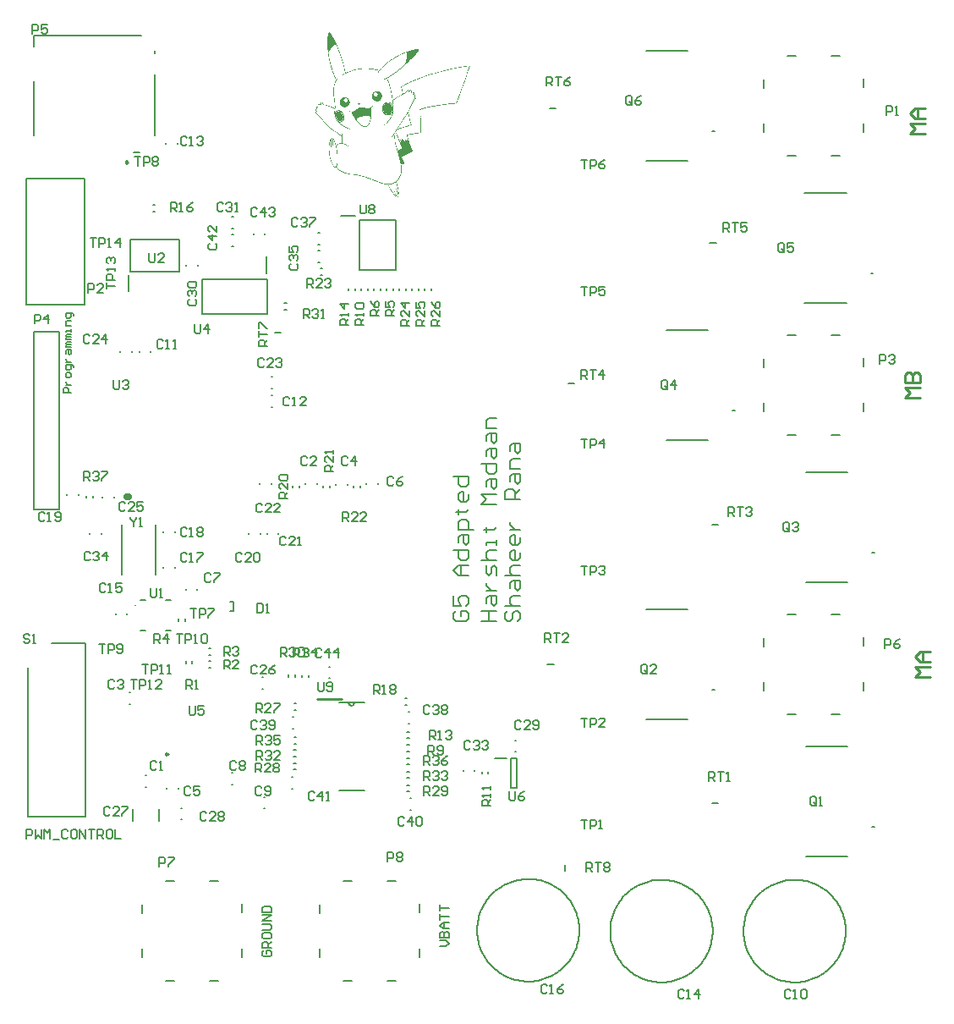
<source format=gto>
G04*
G04 #@! TF.GenerationSoftware,Altium Limited,Altium Designer,21.0.9 (235)*
G04*
G04 Layer_Color=65535*
%FSLAX25Y25*%
%MOIN*%
G70*
G04*
G04 #@! TF.SameCoordinates,33BEAB15-2C9A-4BBB-8A7B-2AB3B3A1E351*
G04*
G04*
G04 #@! TF.FilePolarity,Positive*
G04*
G01*
G75*
%ADD10C,0.00600*%
%ADD11C,0.00787*%
%ADD12C,0.00984*%
%ADD13C,0.02756*%
%ADD14C,0.00492*%
%ADD15C,0.01000*%
%ADD16C,0.00500*%
%ADD17C,0.00800*%
G36*
X246571Y486295D02*
X246410D01*
Y486133D01*
X246248D01*
Y485971D01*
X246086D01*
Y485810D01*
X245924D01*
Y485648D01*
X245762D01*
Y485486D01*
X245600D01*
Y485324D01*
X245438D01*
Y485162D01*
X245276D01*
Y485000D01*
X245114D01*
Y484838D01*
X244791D01*
Y485000D01*
X244952D01*
Y485162D01*
X245114D01*
Y485324D01*
X245276D01*
Y485486D01*
X245438D01*
Y485648D01*
X245600D01*
Y485810D01*
X245762D01*
Y485971D01*
X245924D01*
Y486133D01*
X246086D01*
Y486295D01*
X246248D01*
Y486457D01*
X246571D01*
Y486295D01*
D02*
G37*
G36*
X224229Y498600D02*
X224391D01*
Y498438D01*
X224552D01*
Y498276D01*
X224714D01*
Y498114D01*
X224876D01*
Y497952D01*
Y497790D01*
X225038D01*
Y497629D01*
X225200D01*
Y497467D01*
Y497305D01*
X225362D01*
Y497143D01*
Y496981D01*
X225524D01*
Y496819D01*
X225686D01*
Y496657D01*
Y496495D01*
X225848D01*
Y496333D01*
Y496171D01*
X226009D01*
Y496009D01*
Y495848D01*
X226171D01*
Y495686D01*
Y495524D01*
X226333D01*
Y495362D01*
Y495200D01*
X226495D01*
Y495038D01*
Y494876D01*
X226657D01*
Y494714D01*
Y494552D01*
X226819D01*
Y494390D01*
Y494229D01*
X226981D01*
Y494067D01*
Y493905D01*
X227143D01*
Y493743D01*
Y493581D01*
X227305D01*
Y493419D01*
Y493257D01*
Y493095D01*
X227467D01*
Y492933D01*
Y492771D01*
X227629D01*
Y492610D01*
Y492448D01*
Y492286D01*
X227790D01*
Y492124D01*
Y491962D01*
X227952D01*
Y491800D01*
Y491638D01*
Y491476D01*
X228114D01*
Y491314D01*
Y491152D01*
X228276D01*
Y490990D01*
Y490829D01*
Y490667D01*
X228438D01*
Y490505D01*
Y490343D01*
Y490181D01*
X228600D01*
Y490019D01*
Y489857D01*
Y489695D01*
X228762D01*
Y489533D01*
Y489371D01*
Y489210D01*
X228924D01*
Y489048D01*
Y488886D01*
Y488724D01*
X229086D01*
Y488562D01*
Y488400D01*
Y488238D01*
X229248D01*
Y488076D01*
Y487914D01*
Y487752D01*
X229410D01*
Y487591D01*
Y487429D01*
Y487267D01*
X229571D01*
Y487105D01*
Y486943D01*
Y486781D01*
Y486619D01*
X229733D01*
Y486457D01*
Y486295D01*
Y486133D01*
Y485971D01*
X229895D01*
Y485810D01*
Y485648D01*
Y485486D01*
Y485324D01*
X230057D01*
Y485162D01*
Y485000D01*
Y484838D01*
Y484676D01*
X230219D01*
Y484514D01*
Y484352D01*
Y484191D01*
Y484029D01*
X230381D01*
Y483867D01*
Y483705D01*
Y483543D01*
Y483381D01*
Y483219D01*
X230543D01*
Y483057D01*
Y482895D01*
X230705D01*
Y483057D01*
X231029D01*
Y483219D01*
X231352D01*
Y483381D01*
X231838D01*
Y483543D01*
X232324D01*
Y483705D01*
X232809D01*
Y483867D01*
X233295D01*
Y484029D01*
X233781D01*
Y484191D01*
X234429D01*
Y484352D01*
X235238D01*
Y484514D01*
X236533D01*
Y484676D01*
X240257D01*
Y484514D01*
X241552D01*
Y484352D01*
X242362D01*
Y484191D01*
X243171D01*
Y484029D01*
X243981D01*
Y484191D01*
X244143D01*
Y484352D01*
X244305D01*
Y484514D01*
X244467D01*
Y484676D01*
X244629D01*
Y484514D01*
Y484352D01*
X244467D01*
Y484191D01*
X244305D01*
Y484029D01*
X244143D01*
Y483867D01*
X243981D01*
Y483705D01*
X243819D01*
Y483543D01*
X243657D01*
Y483381D01*
X243495D01*
Y483219D01*
Y483057D01*
X243333D01*
Y482895D01*
X243171D01*
Y483057D01*
Y483219D01*
X243333D01*
Y483381D01*
Y483543D01*
X243495D01*
Y483705D01*
Y483867D01*
X242848D01*
Y484029D01*
X242038D01*
Y484191D01*
X241067D01*
Y484352D01*
X239610D01*
Y484514D01*
X237019D01*
Y484352D01*
X235724D01*
Y484191D01*
X234752D01*
Y484029D01*
X234105D01*
Y483867D01*
X233457D01*
Y483705D01*
X232971D01*
Y483543D01*
X232486D01*
Y483381D01*
X232000D01*
Y483219D01*
X231676D01*
Y483057D01*
X231190D01*
Y482895D01*
X230867D01*
Y482733D01*
X230543D01*
Y482571D01*
X230219D01*
Y482409D01*
X230057D01*
Y482248D01*
X229733D01*
Y482086D01*
X229571D01*
Y481924D01*
X229248D01*
Y482086D01*
X229410D01*
Y482248D01*
X229571D01*
Y482409D01*
X229895D01*
Y482571D01*
X230057D01*
Y482733D01*
X230219D01*
Y482895D01*
Y483057D01*
Y483219D01*
Y483381D01*
Y483543D01*
Y483705D01*
X230057D01*
Y483867D01*
Y484029D01*
Y484191D01*
Y484352D01*
Y484514D01*
X229895D01*
Y484676D01*
Y484838D01*
Y485000D01*
Y485162D01*
X229733D01*
Y485324D01*
Y485486D01*
Y485648D01*
Y485810D01*
X229571D01*
Y485971D01*
Y486133D01*
Y486295D01*
Y486457D01*
X229410D01*
Y486619D01*
Y486781D01*
Y486943D01*
X229248D01*
Y487105D01*
Y487267D01*
Y487429D01*
Y487591D01*
X229086D01*
Y487752D01*
Y487914D01*
Y488076D01*
X228924D01*
Y488238D01*
Y488400D01*
Y488562D01*
X228762D01*
Y488724D01*
Y488886D01*
Y489048D01*
X228600D01*
Y489210D01*
Y489371D01*
Y489533D01*
X228438D01*
Y489695D01*
Y489857D01*
Y490019D01*
X228276D01*
Y490181D01*
Y490343D01*
Y490505D01*
X228114D01*
Y490667D01*
Y490829D01*
X227952D01*
Y490990D01*
Y491152D01*
Y491314D01*
X227790D01*
Y491476D01*
Y491638D01*
Y491800D01*
X227629D01*
Y491962D01*
Y492124D01*
X227467D01*
Y492286D01*
Y492448D01*
Y492610D01*
X227305D01*
Y492771D01*
Y492933D01*
X227143D01*
Y493095D01*
Y493257D01*
X226981D01*
Y493419D01*
Y493581D01*
Y493743D01*
X226819D01*
Y493905D01*
Y494067D01*
X226657D01*
Y494229D01*
X226495D01*
Y494067D01*
X226333D01*
Y493905D01*
X226009D01*
Y493743D01*
X225848D01*
Y493581D01*
X225686D01*
Y493419D01*
X225524D01*
Y493257D01*
X225362D01*
Y493095D01*
X225200D01*
Y492933D01*
Y492771D01*
X225038D01*
Y492610D01*
X224876D01*
Y492448D01*
X224714D01*
Y492286D01*
X224552D01*
Y492124D01*
Y491962D01*
X224391D01*
Y491800D01*
X224229D01*
Y491638D01*
Y491476D01*
X224067D01*
Y491314D01*
X223905D01*
Y491152D01*
Y490990D01*
Y490829D01*
X223743D01*
Y490667D01*
X223905D01*
Y490505D01*
Y490343D01*
Y490181D01*
Y490019D01*
Y489857D01*
Y489695D01*
Y489533D01*
X224067D01*
Y489371D01*
Y489210D01*
Y489048D01*
Y488886D01*
Y488724D01*
X224229D01*
Y488562D01*
Y488400D01*
Y488238D01*
Y488076D01*
Y487914D01*
X224391D01*
Y487752D01*
Y487591D01*
Y487429D01*
Y487267D01*
Y487105D01*
X224552D01*
Y486943D01*
Y486781D01*
Y486619D01*
X224714D01*
Y486457D01*
Y486295D01*
Y486133D01*
Y485971D01*
X224876D01*
Y485810D01*
Y485648D01*
Y485486D01*
Y485324D01*
X225038D01*
Y485162D01*
Y485000D01*
Y484838D01*
X225200D01*
Y484676D01*
Y484514D01*
Y484352D01*
X225362D01*
Y484191D01*
Y484029D01*
Y483867D01*
Y483705D01*
X225524D01*
Y483543D01*
Y483381D01*
X225686D01*
Y483219D01*
Y483057D01*
Y482895D01*
X225848D01*
Y482733D01*
Y482571D01*
Y482409D01*
X226009D01*
Y482248D01*
Y482086D01*
Y481924D01*
X226171D01*
Y481762D01*
Y481600D01*
X226333D01*
Y481438D01*
Y481276D01*
Y481114D01*
X226495D01*
Y480952D01*
Y480791D01*
X226657D01*
Y480629D01*
Y480467D01*
Y480305D01*
X226981D01*
Y480467D01*
Y480629D01*
X227143D01*
Y480791D01*
X227467D01*
Y480629D01*
X227305D01*
Y480467D01*
X227143D01*
Y480305D01*
Y480143D01*
X226981D01*
Y479981D01*
X226819D01*
Y479819D01*
Y479657D01*
X226657D01*
Y479495D01*
Y479333D01*
X226495D01*
Y479171D01*
Y479009D01*
Y478848D01*
X226333D01*
Y478686D01*
Y478524D01*
X226171D01*
Y478362D01*
Y478200D01*
Y478038D01*
Y477876D01*
X226009D01*
Y477714D01*
Y477552D01*
Y477390D01*
Y477229D01*
Y477067D01*
Y476905D01*
X225848D01*
Y476743D01*
Y476581D01*
Y476419D01*
Y476257D01*
Y476095D01*
Y475933D01*
Y475771D01*
Y475609D01*
Y475448D01*
Y475286D01*
Y475124D01*
Y474962D01*
Y474800D01*
Y474638D01*
Y474476D01*
Y474314D01*
X226009D01*
Y474152D01*
Y473990D01*
Y473829D01*
Y473667D01*
Y473505D01*
Y473343D01*
Y473181D01*
Y473019D01*
Y472857D01*
X226171D01*
Y472695D01*
Y472533D01*
Y472371D01*
Y472210D01*
Y472048D01*
Y471886D01*
Y471724D01*
Y471562D01*
X226333D01*
Y471400D01*
Y471238D01*
Y471076D01*
Y470914D01*
Y470752D01*
Y470590D01*
Y470429D01*
Y470267D01*
Y470105D01*
Y469943D01*
X226495D01*
Y469781D01*
Y469619D01*
Y469457D01*
Y469295D01*
Y469133D01*
Y468971D01*
X226333D01*
Y468810D01*
Y468648D01*
Y468486D01*
Y468324D01*
Y468162D01*
Y468000D01*
Y467838D01*
Y467676D01*
X226495D01*
Y467838D01*
X226819D01*
Y468000D01*
X227143D01*
Y468162D01*
X228276D01*
Y468000D01*
X228600D01*
Y467838D01*
X228924D01*
Y467676D01*
X229086D01*
Y467514D01*
X229248D01*
Y467352D01*
Y467191D01*
X229410D01*
Y467029D01*
X229571D01*
Y466867D01*
Y466705D01*
X229733D01*
Y466543D01*
Y466381D01*
X229895D01*
Y466219D01*
Y466057D01*
Y465895D01*
Y465733D01*
X230057D01*
Y465571D01*
Y465410D01*
Y465248D01*
Y465086D01*
Y464924D01*
X229895D01*
Y464762D01*
Y464600D01*
Y464438D01*
Y464276D01*
X229733D01*
Y464114D01*
X229571D01*
Y463952D01*
Y463791D01*
X229410D01*
Y463629D01*
X229086D01*
Y463467D01*
X228762D01*
Y463305D01*
X228114D01*
Y463143D01*
X228276D01*
Y462981D01*
X228600D01*
Y462819D01*
X228762D01*
Y462657D01*
X228924D01*
Y462495D01*
X229248D01*
Y462333D01*
X229410D01*
Y462171D01*
X229733D01*
Y462009D01*
X230057D01*
Y461848D01*
X230219D01*
Y461686D01*
X230543D01*
Y461524D01*
X230867D01*
Y461362D01*
X231190D01*
Y461200D01*
X231514D01*
Y461038D01*
X232000D01*
Y460876D01*
X232324D01*
Y460714D01*
X232000D01*
Y460876D01*
X231514D01*
Y461038D01*
X231029D01*
Y461200D01*
X230705D01*
Y461362D01*
X230381D01*
Y461524D01*
X230057D01*
Y461686D01*
X229733D01*
Y461848D01*
X229571D01*
Y462009D01*
X229248D01*
Y462171D01*
X229086D01*
Y462333D01*
X228762D01*
Y462495D01*
X228600D01*
Y462657D01*
X228276D01*
Y462819D01*
X228114D01*
Y462981D01*
X227952D01*
Y463143D01*
X227790D01*
Y463305D01*
X227629D01*
Y463467D01*
X227467D01*
Y463629D01*
X227305D01*
Y463791D01*
X227143D01*
Y463952D01*
X226981D01*
Y464114D01*
Y464276D01*
X226819D01*
Y464438D01*
X226657D01*
Y464600D01*
Y464762D01*
X226495D01*
Y464924D01*
Y465086D01*
Y465248D01*
X226333D01*
Y465410D01*
Y465571D01*
X226171D01*
Y465733D01*
Y465895D01*
Y466057D01*
Y466219D01*
Y466381D01*
Y466543D01*
X226009D01*
Y466705D01*
Y466867D01*
Y467029D01*
Y467191D01*
Y467352D01*
Y467514D01*
Y467676D01*
Y467838D01*
X226171D01*
Y468000D01*
Y468162D01*
Y468324D01*
Y468486D01*
Y468648D01*
X226009D01*
Y468810D01*
X225686D01*
Y468971D01*
X225362D01*
Y469133D01*
X224876D01*
Y469295D01*
X224552D01*
Y469457D01*
X224067D01*
Y469619D01*
X223581D01*
Y469781D01*
X223095D01*
Y469943D01*
X222609D01*
Y470105D01*
X221962D01*
Y470267D01*
X221638D01*
Y470429D01*
X221476D01*
Y470590D01*
X221314D01*
Y470752D01*
Y470914D01*
X221152D01*
Y471076D01*
X220990D01*
Y470914D01*
Y470752D01*
X220829D01*
Y470590D01*
Y470429D01*
Y470267D01*
X220667D01*
Y470105D01*
Y469943D01*
Y469781D01*
X220505D01*
Y469943D01*
Y470105D01*
Y470267D01*
X219695D01*
Y470105D01*
Y469943D01*
Y469781D01*
Y469619D01*
Y469457D01*
X219533D01*
Y469295D01*
X219210D01*
Y469133D01*
Y468971D01*
Y468810D01*
Y468648D01*
Y468486D01*
X219048D01*
Y468324D01*
X218886D01*
Y468162D01*
X219048D01*
Y468000D01*
X219210D01*
Y467838D01*
Y467676D01*
X219048D01*
Y467514D01*
X218886D01*
Y467352D01*
Y467191D01*
X219048D01*
Y467029D01*
X219210D01*
Y466867D01*
X219371D01*
Y466705D01*
X219533D01*
Y466543D01*
X219695D01*
Y466381D01*
X219857D01*
Y466219D01*
X220019D01*
Y466057D01*
Y465895D01*
X220181D01*
Y465733D01*
X220343D01*
Y465571D01*
X220505D01*
Y465410D01*
X220667D01*
Y465248D01*
X220829D01*
Y465086D01*
Y464924D01*
X220990D01*
Y464762D01*
X221152D01*
Y464600D01*
X221314D01*
Y464438D01*
X221476D01*
Y464276D01*
X221638D01*
Y464114D01*
X221800D01*
Y463952D01*
X221962D01*
Y463791D01*
Y463629D01*
X222124D01*
Y463467D01*
X222286D01*
Y463305D01*
X222448D01*
Y463143D01*
X222609D01*
Y462981D01*
X222771D01*
Y462819D01*
X222933D01*
Y462657D01*
X223095D01*
Y462495D01*
X223257D01*
Y462333D01*
X223419D01*
Y462171D01*
X223581D01*
Y462009D01*
X223743D01*
Y461848D01*
X224067D01*
Y461686D01*
X224229D01*
Y461524D01*
X224391D01*
Y461362D01*
X224552D01*
Y461200D01*
X224714D01*
Y461038D01*
X224876D01*
Y460876D01*
X225200D01*
Y460714D01*
X225362D01*
Y460552D01*
X225524D01*
Y460391D01*
X225848D01*
Y460229D01*
X226009D01*
Y460067D01*
X226333D01*
Y459905D01*
X226495D01*
Y459743D01*
X226657D01*
Y459581D01*
X226981D01*
Y459419D01*
X227143D01*
Y459257D01*
X227467D01*
Y459095D01*
X227629D01*
Y458933D01*
X227952D01*
Y458771D01*
X228114D01*
Y458609D01*
X228276D01*
Y458448D01*
X228600D01*
Y458286D01*
X228762D01*
Y458124D01*
X228924D01*
Y457962D01*
X229086D01*
Y458124D01*
Y458286D01*
Y458448D01*
Y458609D01*
Y458771D01*
X229248D01*
Y458933D01*
Y459095D01*
Y459257D01*
Y459419D01*
X229410D01*
Y459257D01*
Y459095D01*
Y458933D01*
Y458771D01*
Y458609D01*
Y458448D01*
Y458286D01*
Y458124D01*
Y457962D01*
Y457800D01*
Y457638D01*
Y457476D01*
Y457314D01*
Y457152D01*
X229248D01*
Y456990D01*
Y456829D01*
Y456667D01*
Y456505D01*
Y456343D01*
Y456181D01*
Y456019D01*
Y455857D01*
Y455695D01*
Y455533D01*
Y455371D01*
Y455209D01*
X229733D01*
Y455048D01*
X230219D01*
Y454886D01*
X230543D01*
Y454724D01*
X230867D01*
Y454562D01*
X231029D01*
Y454400D01*
X231190D01*
Y454238D01*
X231352D01*
Y454076D01*
X231514D01*
Y453914D01*
Y453752D01*
X231676D01*
Y453590D01*
X231514D01*
Y453752D01*
X231352D01*
Y453914D01*
X231190D01*
Y454076D01*
X231029D01*
Y454238D01*
X230867D01*
Y454400D01*
X230705D01*
Y454562D01*
X230381D01*
Y454724D01*
X230057D01*
Y454886D01*
X229410D01*
Y455048D01*
X228276D01*
Y454886D01*
X227790D01*
Y454724D01*
X227467D01*
Y454562D01*
X227305D01*
Y454400D01*
X227143D01*
Y454238D01*
X226981D01*
Y454076D01*
X226819D01*
Y453914D01*
Y453752D01*
Y453590D01*
X226981D01*
Y453429D01*
Y453267D01*
Y453105D01*
Y452943D01*
Y452781D01*
Y452619D01*
X227143D01*
Y452457D01*
Y452295D01*
Y452133D01*
Y451971D01*
Y451810D01*
Y451648D01*
Y451486D01*
Y451324D01*
Y451162D01*
Y451000D01*
X226981D01*
Y451162D01*
Y451324D01*
Y451486D01*
Y451648D01*
Y451810D01*
Y451971D01*
Y452133D01*
X226819D01*
Y452295D01*
Y452457D01*
Y452619D01*
Y452781D01*
Y452943D01*
Y453105D01*
X226657D01*
Y453267D01*
Y453429D01*
Y453590D01*
Y453752D01*
Y453914D01*
X226495D01*
Y454076D01*
Y454238D01*
Y454400D01*
Y454562D01*
Y454724D01*
X226333D01*
Y454886D01*
Y455048D01*
Y455209D01*
X226171D01*
Y455371D01*
Y455533D01*
Y455695D01*
X226009D01*
Y455857D01*
Y456019D01*
Y456181D01*
X225848D01*
Y456343D01*
Y456505D01*
X225524D01*
Y456343D01*
Y456181D01*
Y456019D01*
Y455857D01*
Y455695D01*
Y455533D01*
Y455371D01*
Y455209D01*
Y455048D01*
Y454886D01*
Y454724D01*
Y454562D01*
Y454400D01*
X225686D01*
Y454238D01*
Y454076D01*
Y453914D01*
Y453752D01*
X225524D01*
Y453914D01*
Y454076D01*
X225362D01*
Y454238D01*
Y454400D01*
Y454562D01*
Y454724D01*
Y454886D01*
Y455048D01*
Y455209D01*
Y455371D01*
Y455533D01*
Y455695D01*
Y455857D01*
Y456019D01*
Y456181D01*
Y456343D01*
Y456505D01*
Y456667D01*
X225200D01*
Y456829D01*
Y456990D01*
X225038D01*
Y456829D01*
Y456667D01*
X224876D01*
Y456505D01*
Y456343D01*
Y456181D01*
Y456019D01*
Y455857D01*
Y455695D01*
Y455533D01*
Y455371D01*
Y455209D01*
Y455048D01*
Y454886D01*
Y454724D01*
Y454562D01*
Y454400D01*
Y454238D01*
Y454076D01*
Y453914D01*
Y453752D01*
Y453590D01*
X224714D01*
Y453752D01*
Y453914D01*
Y454076D01*
Y454238D01*
X224552D01*
Y454400D01*
Y454562D01*
Y454724D01*
Y454886D01*
Y455048D01*
Y455209D01*
Y455371D01*
Y455533D01*
Y455695D01*
Y455857D01*
Y456019D01*
X224391D01*
Y455857D01*
Y455695D01*
Y455533D01*
Y455371D01*
X224229D01*
Y455209D01*
Y455048D01*
Y454886D01*
Y454724D01*
Y454562D01*
Y454400D01*
Y454238D01*
Y454076D01*
X224067D01*
Y453914D01*
Y453752D01*
Y453590D01*
Y453429D01*
Y453267D01*
Y453105D01*
Y452943D01*
Y452781D01*
Y452619D01*
Y452457D01*
Y452295D01*
Y452133D01*
X224229D01*
Y451971D01*
Y451810D01*
Y451648D01*
Y451486D01*
Y451324D01*
Y451162D01*
Y451000D01*
Y450838D01*
Y450676D01*
X224391D01*
Y450514D01*
Y450352D01*
Y450190D01*
Y450029D01*
Y449867D01*
Y449705D01*
X224552D01*
Y449543D01*
Y449381D01*
Y449219D01*
Y449057D01*
X224714D01*
Y448895D01*
Y448733D01*
Y448571D01*
X224876D01*
Y448410D01*
Y448248D01*
Y448086D01*
X225038D01*
Y447924D01*
Y447762D01*
Y447600D01*
X225200D01*
Y447438D01*
Y447276D01*
X225362D01*
Y447114D01*
Y446952D01*
X225524D01*
Y446791D01*
Y446629D01*
X225686D01*
Y446467D01*
Y446305D01*
X225848D01*
Y446143D01*
X226009D01*
Y445981D01*
X226171D01*
Y445819D01*
X226657D01*
Y445981D01*
Y446143D01*
X226819D01*
Y446305D01*
Y446467D01*
X226981D01*
Y446629D01*
Y446791D01*
Y446952D01*
Y447114D01*
Y447276D01*
X227143D01*
Y447438D01*
X227305D01*
Y447276D01*
Y447114D01*
Y446952D01*
Y446791D01*
Y446629D01*
X227143D01*
Y446467D01*
Y446305D01*
Y446143D01*
X226981D01*
Y445981D01*
Y445819D01*
X227143D01*
Y445657D01*
X227305D01*
Y445495D01*
X227467D01*
Y445333D01*
X227629D01*
Y445171D01*
X227790D01*
Y445010D01*
X227952D01*
Y444848D01*
X228114D01*
Y444686D01*
X228438D01*
Y444524D01*
X228600D01*
Y444362D01*
X228924D01*
Y444200D01*
X229248D01*
Y444038D01*
X229571D01*
Y443876D01*
X229895D01*
Y443714D01*
X230381D01*
Y443552D01*
X230867D01*
Y443391D01*
X231514D01*
Y443229D01*
X232162D01*
Y443067D01*
X233295D01*
Y442905D01*
X234267D01*
Y442743D01*
X235238D01*
Y442581D01*
X236048D01*
Y442419D01*
X236695D01*
Y442257D01*
X237343D01*
Y442095D01*
X237990D01*
Y441933D01*
X238476D01*
Y441771D01*
X238962D01*
Y441609D01*
X239448D01*
Y441448D01*
X239933D01*
Y441286D01*
X240257D01*
Y441124D01*
X240743D01*
Y440962D01*
X241229D01*
Y440800D01*
X241552D01*
Y440638D01*
X242038D01*
Y440476D01*
X242524D01*
Y440314D01*
X242848D01*
Y440152D01*
X243333D01*
Y439991D01*
X243819D01*
Y439829D01*
X244305D01*
Y439667D01*
X244791D01*
Y439505D01*
X245438D01*
Y439343D01*
X246086D01*
Y439181D01*
X248352D01*
Y439343D01*
X249000D01*
Y439505D01*
X249324D01*
Y439667D01*
X249648D01*
Y439829D01*
X249971D01*
Y439991D01*
X250295D01*
Y440152D01*
X250457D01*
Y440314D01*
X250619D01*
Y440476D01*
X250781D01*
Y440638D01*
X250943D01*
Y440800D01*
X251105D01*
Y440962D01*
X251267D01*
Y441124D01*
Y441286D01*
X251429D01*
Y441448D01*
X251590D01*
Y441609D01*
Y441771D01*
X251752D01*
Y441933D01*
Y442095D01*
X251914D01*
Y442257D01*
Y442419D01*
X252076D01*
Y442581D01*
Y442743D01*
Y442905D01*
X252238D01*
Y443067D01*
Y443229D01*
Y443391D01*
Y443552D01*
X252400D01*
Y443714D01*
Y443876D01*
Y444038D01*
Y444200D01*
Y444362D01*
Y444524D01*
Y444686D01*
Y444848D01*
Y445010D01*
Y445171D01*
Y445333D01*
Y445495D01*
Y445657D01*
Y445819D01*
Y445981D01*
Y446143D01*
Y446305D01*
X252238D01*
Y446467D01*
Y446629D01*
Y446791D01*
Y446952D01*
Y447114D01*
Y447276D01*
X252076D01*
Y447438D01*
Y447600D01*
Y447762D01*
Y447924D01*
Y448086D01*
X251914D01*
Y448248D01*
Y448410D01*
Y448571D01*
Y448733D01*
X251752D01*
Y448895D01*
Y449057D01*
Y449219D01*
Y449381D01*
X251590D01*
Y449543D01*
Y449705D01*
Y449867D01*
Y450029D01*
X251429D01*
Y450190D01*
Y450352D01*
Y450514D01*
X251267D01*
Y450676D01*
Y450838D01*
Y451000D01*
Y451162D01*
X251105D01*
Y451324D01*
Y451486D01*
Y451648D01*
X250943D01*
Y451810D01*
Y451971D01*
Y452133D01*
Y452295D01*
X250781D01*
Y452457D01*
Y452619D01*
Y452781D01*
X250619D01*
Y452943D01*
Y453105D01*
Y453267D01*
Y453429D01*
X250457D01*
Y453590D01*
Y453752D01*
Y453914D01*
Y454076D01*
X250295D01*
Y454238D01*
Y454400D01*
Y454562D01*
Y454724D01*
X250133D01*
Y454886D01*
Y455048D01*
Y455209D01*
Y455371D01*
X249971D01*
Y455533D01*
Y455695D01*
Y455857D01*
Y456019D01*
X249810D01*
Y456181D01*
Y456343D01*
Y456505D01*
Y456667D01*
Y456829D01*
X249648D01*
Y456990D01*
Y457152D01*
Y457314D01*
Y457476D01*
Y457638D01*
X249486D01*
Y457800D01*
Y457962D01*
Y458124D01*
Y458286D01*
X249324D01*
Y458124D01*
Y457962D01*
X249162D01*
Y457800D01*
X249000D01*
Y457638D01*
X248838D01*
Y457476D01*
X248676D01*
Y457638D01*
Y457800D01*
X248838D01*
Y457962D01*
X249000D01*
Y458124D01*
Y458286D01*
X249162D01*
Y458448D01*
X249324D01*
Y458609D01*
Y458771D01*
X249486D01*
Y458933D01*
Y459095D01*
X249648D01*
Y459257D01*
X249810D01*
Y459419D01*
Y459581D01*
X249971D01*
Y459743D01*
X250133D01*
Y459905D01*
Y460067D01*
X250295D01*
Y460229D01*
X250457D01*
Y460391D01*
Y460552D01*
X250619D01*
Y460714D01*
Y460876D01*
X250781D01*
Y461038D01*
X250943D01*
Y461200D01*
Y461362D01*
X251105D01*
Y461524D01*
X251267D01*
Y461686D01*
Y461848D01*
X251429D01*
Y462009D01*
X251590D01*
Y462171D01*
Y462333D01*
X251752D01*
Y462495D01*
X251914D01*
Y462657D01*
Y462819D01*
X252076D01*
Y462981D01*
X252238D01*
Y463143D01*
Y463305D01*
X252400D01*
Y463467D01*
X252562D01*
Y463629D01*
Y463791D01*
X252724D01*
Y463952D01*
X252886D01*
Y464114D01*
Y464276D01*
X253048D01*
Y464438D01*
Y464600D01*
X253209D01*
Y464762D01*
X253371D01*
Y464924D01*
Y465086D01*
X253533D01*
Y465248D01*
X253695D01*
Y465410D01*
Y465571D01*
X253857D01*
Y465733D01*
Y465895D01*
X254019D01*
Y466057D01*
X254181D01*
Y466219D01*
Y466381D01*
X254343D01*
Y466543D01*
X254505D01*
Y466705D01*
Y466867D01*
X254667D01*
Y467029D01*
Y467191D01*
X254829D01*
Y467352D01*
X254991D01*
Y467514D01*
Y467676D01*
X255152D01*
Y467838D01*
Y468000D01*
X255314D01*
Y468162D01*
Y468324D01*
X255476D01*
Y468486D01*
X255638D01*
Y468648D01*
Y468810D01*
X255800D01*
Y468971D01*
Y469133D01*
X255962D01*
Y469295D01*
Y469457D01*
X256124D01*
Y469619D01*
Y469781D01*
X256286D01*
Y469943D01*
Y470105D01*
X256448D01*
Y470267D01*
Y470429D01*
X256610D01*
Y470590D01*
Y470752D01*
X256771D01*
Y470914D01*
Y471076D01*
X256933D01*
Y471238D01*
Y471400D01*
Y471562D01*
X257095D01*
Y471724D01*
Y471886D01*
X257257D01*
Y472048D01*
Y472210D01*
Y472371D01*
X257419D01*
Y472533D01*
X257581D01*
Y472695D01*
X257743D01*
Y472857D01*
X257905D01*
Y473019D01*
X257743D01*
Y473181D01*
X257581D01*
Y473343D01*
Y473505D01*
Y473667D01*
X257743D01*
Y473829D01*
Y473990D01*
Y474152D01*
X257257D01*
Y474314D01*
X257095D01*
Y474476D01*
X257257D01*
Y474638D01*
Y474800D01*
Y474962D01*
X257095D01*
Y475124D01*
X256771D01*
Y474962D01*
X256448D01*
Y475124D01*
Y475286D01*
X256286D01*
Y475448D01*
Y475609D01*
Y475771D01*
X256124D01*
Y475609D01*
X255800D01*
Y475448D01*
X255638D01*
Y475286D01*
Y475124D01*
Y474962D01*
Y474800D01*
X255476D01*
Y474962D01*
Y475124D01*
Y475286D01*
X255314D01*
Y475448D01*
Y475609D01*
Y475771D01*
X254991D01*
Y475609D01*
X254829D01*
Y475448D01*
X254667D01*
Y475286D01*
X254505D01*
Y475124D01*
X254343D01*
Y474962D01*
X254019D01*
Y474800D01*
X253857D01*
Y474638D01*
X253533D01*
Y474476D01*
X253209D01*
Y474314D01*
X252886D01*
Y474152D01*
X252562D01*
Y473990D01*
X252400D01*
Y473829D01*
X252076D01*
Y473667D01*
X251752D01*
Y473505D01*
X251429D01*
Y473343D01*
X251105D01*
Y473181D01*
X250781D01*
Y473343D01*
X250943D01*
Y473505D01*
X251267D01*
Y473667D01*
X251590D01*
Y473829D01*
X251914D01*
Y473990D01*
X252238D01*
Y474152D01*
X252400D01*
Y474314D01*
X252724D01*
Y474476D01*
X253048D01*
Y474638D01*
Y474800D01*
X252886D01*
Y474962D01*
Y475124D01*
Y475286D01*
Y475448D01*
X252724D01*
Y475609D01*
Y475771D01*
Y475933D01*
Y476095D01*
X252562D01*
Y476257D01*
Y476419D01*
Y476581D01*
Y476743D01*
X252400D01*
Y476905D01*
Y477067D01*
Y477229D01*
Y477390D01*
Y477552D01*
X252562D01*
Y477714D01*
X252886D01*
Y477876D01*
X253209D01*
Y478038D01*
X253533D01*
Y478200D01*
X253695D01*
Y478362D01*
X254019D01*
Y478524D01*
X254343D01*
Y478686D01*
X254667D01*
Y478848D01*
X255152D01*
Y479009D01*
X255476D01*
Y479171D01*
X255800D01*
Y479333D01*
X256124D01*
Y479495D01*
X256610D01*
Y479657D01*
X256933D01*
Y479819D01*
X257257D01*
Y479981D01*
X257743D01*
Y480143D01*
X258067D01*
Y480305D01*
X258552D01*
Y480467D01*
X259038D01*
Y480629D01*
X259362D01*
Y480791D01*
X259848D01*
Y480952D01*
X260333D01*
Y481114D01*
X260657D01*
Y481276D01*
X261143D01*
Y481438D01*
X261629D01*
Y481600D01*
X262114D01*
Y481762D01*
X262600D01*
Y481924D01*
X263086D01*
Y482086D01*
X263571D01*
Y482248D01*
X264057D01*
Y482409D01*
X264543D01*
Y482571D01*
X265029D01*
Y482733D01*
X265676D01*
Y482895D01*
X266162D01*
Y483057D01*
X266648D01*
Y483219D01*
X267295D01*
Y483381D01*
X267943D01*
Y483543D01*
X268429D01*
Y483705D01*
X269076D01*
Y483867D01*
X269724D01*
Y484029D01*
X270371D01*
Y484191D01*
X271019D01*
Y484352D01*
X271667D01*
Y484514D01*
X272476D01*
Y484676D01*
X273286D01*
Y484838D01*
X274095D01*
Y485000D01*
X274905D01*
Y485162D01*
X275876D01*
Y485324D01*
X276848D01*
Y485486D01*
X277981D01*
Y485648D01*
X279276D01*
Y485810D01*
X279438D01*
Y485648D01*
X279600D01*
Y485486D01*
Y485324D01*
X279438D01*
Y485162D01*
Y485000D01*
Y484838D01*
X279276D01*
Y484676D01*
Y484514D01*
Y484352D01*
X279114D01*
Y484191D01*
Y484029D01*
X278952D01*
Y483867D01*
Y483705D01*
Y483543D01*
X278790D01*
Y483381D01*
Y483219D01*
Y483057D01*
X278629D01*
Y482895D01*
Y482733D01*
Y482571D01*
X278467D01*
Y482409D01*
Y482248D01*
Y482086D01*
X278305D01*
Y481924D01*
Y481762D01*
X278143D01*
Y481600D01*
Y481438D01*
Y481276D01*
X277981D01*
Y481114D01*
Y480952D01*
Y480791D01*
X277819D01*
Y480629D01*
Y480467D01*
Y480305D01*
X277657D01*
Y480143D01*
Y479981D01*
Y479819D01*
X277495D01*
Y479657D01*
Y479495D01*
Y479333D01*
X277333D01*
Y479171D01*
Y479009D01*
X277171D01*
Y478848D01*
Y478686D01*
Y478524D01*
X277010D01*
Y478362D01*
Y478200D01*
Y478038D01*
X276848D01*
Y477876D01*
Y477714D01*
Y477552D01*
X276686D01*
Y477390D01*
Y477229D01*
Y477067D01*
X276524D01*
Y476905D01*
Y476743D01*
X276362D01*
Y476581D01*
Y476419D01*
Y476257D01*
X276200D01*
Y476095D01*
Y475933D01*
Y475771D01*
X276038D01*
Y475609D01*
Y475448D01*
Y475286D01*
X275876D01*
Y475124D01*
Y474962D01*
Y474800D01*
X275714D01*
Y474638D01*
Y474476D01*
X275552D01*
Y474314D01*
Y474152D01*
Y473990D01*
X275391D01*
Y473829D01*
Y473667D01*
Y473505D01*
X275229D01*
Y473343D01*
Y473181D01*
Y473019D01*
X275067D01*
Y472857D01*
Y472695D01*
Y472533D01*
X274905D01*
Y472371D01*
Y472210D01*
X274743D01*
Y472048D01*
Y471886D01*
Y471724D01*
X274581D01*
Y471562D01*
Y471400D01*
Y471238D01*
X274419D01*
Y471076D01*
Y470914D01*
X274257D01*
Y470752D01*
X273609D01*
Y470590D01*
X271667D01*
Y470429D01*
X270371D01*
Y470267D01*
X269076D01*
Y470105D01*
X267943D01*
Y469943D01*
X266971D01*
Y469781D01*
X265838D01*
Y469619D01*
X264867D01*
Y469457D01*
X264057D01*
Y469295D01*
X263248D01*
Y469133D01*
X262438D01*
Y468971D01*
X261790D01*
Y468810D01*
X261143D01*
Y468648D01*
X260657D01*
Y468486D01*
X260171D01*
Y468324D01*
X260010D01*
Y468162D01*
Y468000D01*
Y467838D01*
Y467676D01*
Y467514D01*
Y467352D01*
Y467191D01*
Y467029D01*
Y466867D01*
Y466705D01*
Y466543D01*
Y466381D01*
Y466219D01*
Y466057D01*
Y465895D01*
X260171D01*
Y465733D01*
Y465571D01*
Y465410D01*
X260010D01*
Y465248D01*
X260171D01*
Y465086D01*
Y464924D01*
Y464762D01*
Y464600D01*
Y464438D01*
Y464276D01*
Y464114D01*
Y463952D01*
Y463791D01*
Y463629D01*
Y463467D01*
Y463305D01*
Y463143D01*
Y462981D01*
Y462819D01*
Y462657D01*
Y462495D01*
Y462333D01*
Y462171D01*
Y462009D01*
Y461848D01*
Y461686D01*
Y461524D01*
X260333D01*
Y461362D01*
Y461200D01*
Y461038D01*
Y460876D01*
Y460714D01*
Y460552D01*
Y460391D01*
Y460229D01*
Y460067D01*
Y459905D01*
Y459743D01*
Y459581D01*
Y459419D01*
Y459257D01*
X260171D01*
Y459095D01*
X259362D01*
Y458933D01*
X258390D01*
Y458771D01*
X257257D01*
Y458609D01*
X256286D01*
Y458448D01*
X255314D01*
Y458286D01*
X254829D01*
Y458124D01*
Y457962D01*
Y457800D01*
X254991D01*
Y457638D01*
Y457476D01*
Y457314D01*
X255152D01*
Y457152D01*
Y456990D01*
Y456829D01*
X255314D01*
Y456667D01*
Y456505D01*
Y456343D01*
X255476D01*
Y456181D01*
Y456019D01*
X255638D01*
Y455857D01*
Y455695D01*
Y455533D01*
X255800D01*
Y455371D01*
Y455209D01*
Y455048D01*
X255962D01*
Y454886D01*
Y454724D01*
Y454562D01*
X256124D01*
Y454400D01*
Y454238D01*
X256286D01*
Y454076D01*
Y453914D01*
Y453752D01*
X256448D01*
Y453590D01*
Y453429D01*
Y453267D01*
X256610D01*
Y453105D01*
Y452943D01*
Y452781D01*
X256771D01*
Y452619D01*
Y452457D01*
X256933D01*
Y452295D01*
Y452133D01*
Y451971D01*
Y451810D01*
X256610D01*
Y451648D01*
X256286D01*
Y451486D01*
X255962D01*
Y451324D01*
X255638D01*
Y451162D01*
X255314D01*
Y451000D01*
X254991D01*
Y450838D01*
X254667D01*
Y450676D01*
X254343D01*
Y450514D01*
X254019D01*
Y450352D01*
X253695D01*
Y450190D01*
X253371D01*
Y450029D01*
X253048D01*
Y449867D01*
X252724D01*
Y449705D01*
Y449543D01*
Y449381D01*
X252886D01*
Y449219D01*
Y449057D01*
X253048D01*
Y448895D01*
Y448733D01*
X253209D01*
Y448571D01*
Y448410D01*
X253371D01*
Y448248D01*
Y448086D01*
Y447924D01*
X253533D01*
Y447762D01*
Y447600D01*
X253695D01*
Y447438D01*
Y447276D01*
X253857D01*
Y447114D01*
X253695D01*
Y446952D01*
X252562D01*
Y446791D01*
X252400D01*
Y446629D01*
X252562D01*
Y446467D01*
Y446305D01*
Y446143D01*
Y445981D01*
Y445819D01*
Y445657D01*
Y445495D01*
Y445333D01*
X252724D01*
Y445171D01*
Y445010D01*
Y444848D01*
Y444686D01*
Y444524D01*
Y444362D01*
Y444200D01*
Y444038D01*
X252562D01*
Y443876D01*
Y443714D01*
Y443552D01*
Y443391D01*
Y443229D01*
X252400D01*
Y443067D01*
Y442905D01*
Y442743D01*
Y442581D01*
X252238D01*
Y442419D01*
Y442257D01*
X252076D01*
Y442095D01*
Y441933D01*
Y441771D01*
X251914D01*
Y441609D01*
X251752D01*
Y441448D01*
Y441286D01*
X251590D01*
Y441124D01*
Y440962D01*
X251429D01*
Y440800D01*
X251267D01*
Y440638D01*
X251105D01*
Y440476D01*
X250943D01*
Y440314D01*
X250781D01*
Y440152D01*
X250619D01*
Y439991D01*
Y439829D01*
X250781D01*
Y439667D01*
Y439505D01*
Y439343D01*
Y439181D01*
X250943D01*
Y439019D01*
Y438857D01*
Y438695D01*
X251105D01*
Y438533D01*
Y438371D01*
Y438209D01*
Y438048D01*
Y437886D01*
X251267D01*
Y437724D01*
Y437562D01*
Y437400D01*
Y437238D01*
Y437076D01*
X251429D01*
Y436914D01*
Y436752D01*
Y436590D01*
Y436429D01*
Y436267D01*
Y436105D01*
Y435943D01*
Y435781D01*
X251590D01*
Y435619D01*
Y435457D01*
Y435295D01*
X251429D01*
Y435133D01*
Y434971D01*
Y434809D01*
Y434648D01*
Y434486D01*
Y434324D01*
Y434162D01*
X251267D01*
Y434000D01*
X250943D01*
Y434162D01*
X250619D01*
Y434324D01*
X250133D01*
Y434486D01*
X249810D01*
Y434648D01*
X249648D01*
Y434809D01*
X249486D01*
Y434971D01*
X249324D01*
Y435133D01*
X249162D01*
Y435295D01*
Y435457D01*
X249000D01*
Y435619D01*
X248838D01*
Y435781D01*
X248676D01*
Y435943D01*
Y436105D01*
X248514D01*
Y436267D01*
X248352D01*
Y436429D01*
Y436590D01*
X248190D01*
Y436752D01*
Y436914D01*
X248029D01*
Y437076D01*
Y437238D01*
X247867D01*
Y437400D01*
Y437562D01*
X247705D01*
Y437724D01*
Y437886D01*
X247543D01*
Y438048D01*
Y438209D01*
X247381D01*
Y438371D01*
Y438533D01*
X247219D01*
Y438695D01*
Y438857D01*
X246895D01*
Y439019D01*
X245600D01*
Y439181D01*
X244952D01*
Y439343D01*
X244467D01*
Y439505D01*
X243981D01*
Y439667D01*
X243495D01*
Y439829D01*
X243009D01*
Y439991D01*
X242686D01*
Y440152D01*
X242200D01*
Y440314D01*
X241714D01*
Y440476D01*
X241390D01*
Y440638D01*
X240905D01*
Y440800D01*
X240419D01*
Y440962D01*
X240095D01*
Y441124D01*
X239610D01*
Y441286D01*
X239124D01*
Y441448D01*
X238638D01*
Y441609D01*
X238152D01*
Y441771D01*
X237667D01*
Y441933D01*
X237019D01*
Y442095D01*
X236371D01*
Y442257D01*
X235724D01*
Y442419D01*
X234914D01*
Y442581D01*
X233781D01*
Y442743D01*
X232648D01*
Y442905D01*
X231838D01*
Y443067D01*
X231190D01*
Y443229D01*
X230543D01*
Y443391D01*
X230057D01*
Y443552D01*
X229733D01*
Y443714D01*
X229248D01*
Y443876D01*
X228924D01*
Y444038D01*
X228762D01*
Y444200D01*
X228438D01*
Y444362D01*
X228114D01*
Y444524D01*
X227952D01*
Y444686D01*
X227790D01*
Y444848D01*
X227629D01*
Y445010D01*
X227467D01*
Y445171D01*
X227305D01*
Y445333D01*
X227143D01*
Y445495D01*
X226981D01*
Y445657D01*
X226495D01*
Y445495D01*
X226333D01*
Y445657D01*
X226009D01*
Y445819D01*
X225848D01*
Y445981D01*
X225686D01*
Y446143D01*
X225524D01*
Y446305D01*
Y446467D01*
X225362D01*
Y446629D01*
Y446791D01*
X225200D01*
Y446952D01*
Y447114D01*
X225038D01*
Y447276D01*
Y447438D01*
X224876D01*
Y447600D01*
Y447762D01*
Y447924D01*
X224714D01*
Y448086D01*
Y448248D01*
Y448410D01*
X224552D01*
Y448571D01*
Y448733D01*
Y448895D01*
X224391D01*
Y449057D01*
Y449219D01*
Y449381D01*
Y449543D01*
X224229D01*
Y449705D01*
Y449867D01*
Y450029D01*
Y450190D01*
Y450352D01*
X224067D01*
Y450514D01*
Y450676D01*
Y450838D01*
Y451000D01*
Y451162D01*
Y451324D01*
Y451486D01*
X223905D01*
Y451648D01*
Y451810D01*
Y451971D01*
Y452133D01*
Y452295D01*
Y452457D01*
Y452619D01*
Y452781D01*
Y452943D01*
Y453105D01*
Y453267D01*
Y453429D01*
Y453590D01*
Y453752D01*
Y453914D01*
Y454076D01*
Y454238D01*
Y454400D01*
Y454562D01*
Y454724D01*
X224067D01*
Y454886D01*
Y455048D01*
Y455209D01*
Y455371D01*
Y455533D01*
Y455695D01*
X224229D01*
Y455857D01*
Y456019D01*
Y456181D01*
X224391D01*
Y456343D01*
Y456505D01*
X224714D01*
Y456667D01*
Y456829D01*
X224876D01*
Y456990D01*
Y457152D01*
X225362D01*
Y456990D01*
Y456829D01*
X225848D01*
Y456667D01*
Y456505D01*
X226009D01*
Y456343D01*
X226171D01*
Y456181D01*
Y456019D01*
Y455857D01*
X226333D01*
Y455695D01*
Y455533D01*
Y455371D01*
X226495D01*
Y455209D01*
Y455048D01*
Y454886D01*
X226657D01*
Y454724D01*
Y454562D01*
Y454400D01*
X226981D01*
Y454562D01*
X227143D01*
Y454724D01*
X227305D01*
Y454886D01*
X227629D01*
Y455048D01*
X228114D01*
Y455209D01*
X228924D01*
Y455371D01*
Y455533D01*
Y455695D01*
X229086D01*
Y455857D01*
Y456019D01*
Y456181D01*
Y456343D01*
Y456505D01*
Y456667D01*
Y456829D01*
Y456990D01*
Y457152D01*
Y457314D01*
Y457476D01*
Y457638D01*
X228924D01*
Y457800D01*
X228762D01*
Y457962D01*
X228600D01*
Y458124D01*
X228438D01*
Y458286D01*
X228114D01*
Y458448D01*
X227952D01*
Y458609D01*
X227629D01*
Y458771D01*
X227467D01*
Y458933D01*
X227305D01*
Y459095D01*
X226981D01*
Y459257D01*
X226819D01*
Y459419D01*
X226495D01*
Y459581D01*
X226333D01*
Y459743D01*
X226009D01*
Y459905D01*
X225848D01*
Y460067D01*
X225524D01*
Y460229D01*
X225362D01*
Y460391D01*
X225200D01*
Y460552D01*
X225038D01*
Y460714D01*
X224714D01*
Y460876D01*
X224552D01*
Y461038D01*
X224391D01*
Y461200D01*
X224229D01*
Y461362D01*
X224067D01*
Y461524D01*
X223905D01*
Y461686D01*
X223581D01*
Y461848D01*
X223419D01*
Y462009D01*
X223257D01*
Y462171D01*
X223095D01*
Y462333D01*
X222933D01*
Y462495D01*
X222771D01*
Y462657D01*
X222609D01*
Y462819D01*
X222448D01*
Y462981D01*
X222286D01*
Y463143D01*
X222124D01*
Y463305D01*
Y463467D01*
X221962D01*
Y463629D01*
X221800D01*
Y463791D01*
X221638D01*
Y463952D01*
X221476D01*
Y464114D01*
X221314D01*
Y464276D01*
X221152D01*
Y464438D01*
X220990D01*
Y464600D01*
X220829D01*
Y464762D01*
X220667D01*
Y464924D01*
Y465086D01*
X220505D01*
Y465248D01*
X220343D01*
Y465410D01*
X220181D01*
Y465571D01*
X220019D01*
Y465733D01*
X219857D01*
Y465895D01*
Y466057D01*
X219695D01*
Y466219D01*
X219533D01*
Y466381D01*
X219371D01*
Y466543D01*
X219210D01*
Y466705D01*
X219048D01*
Y466867D01*
X218886D01*
Y467029D01*
X218724D01*
Y467191D01*
X218562D01*
Y467352D01*
Y467514D01*
X218724D01*
Y467676D01*
X218886D01*
Y467838D01*
Y468000D01*
X218724D01*
Y468162D01*
Y468324D01*
Y468486D01*
X218886D01*
Y468648D01*
X219048D01*
Y468810D01*
Y468971D01*
X218886D01*
Y469133D01*
Y469295D01*
X219048D01*
Y469457D01*
X219210D01*
Y469619D01*
X219533D01*
Y469781D01*
Y469943D01*
Y470105D01*
Y470267D01*
Y470429D01*
X219695D01*
Y470590D01*
X220181D01*
Y470429D01*
X220505D01*
Y470590D01*
X220667D01*
Y470752D01*
Y470914D01*
Y471076D01*
X220829D01*
Y471238D01*
X220990D01*
Y471400D01*
X221152D01*
Y471238D01*
X221314D01*
Y471076D01*
X221476D01*
Y470914D01*
Y470752D01*
X221638D01*
Y470590D01*
X221800D01*
Y470429D01*
X222124D01*
Y470267D01*
X222771D01*
Y470105D01*
X223257D01*
Y469943D01*
X223743D01*
Y469781D01*
X224229D01*
Y469619D01*
X224714D01*
Y469457D01*
X225200D01*
Y469295D01*
X225524D01*
Y469133D01*
X225848D01*
Y468971D01*
X226171D01*
Y469133D01*
Y469295D01*
Y469457D01*
Y469619D01*
Y469781D01*
Y469943D01*
Y470105D01*
Y470267D01*
Y470429D01*
Y470590D01*
Y470752D01*
Y470914D01*
Y471076D01*
X226009D01*
Y471238D01*
Y471400D01*
Y471562D01*
Y471724D01*
Y471886D01*
Y472048D01*
Y472210D01*
Y472371D01*
X225848D01*
Y472533D01*
Y472695D01*
Y472857D01*
Y473019D01*
Y473181D01*
Y473343D01*
Y473505D01*
Y473667D01*
X225686D01*
Y473829D01*
Y473990D01*
Y474152D01*
Y474314D01*
Y474476D01*
Y474638D01*
Y474800D01*
Y474962D01*
Y475124D01*
Y475286D01*
Y475448D01*
Y475609D01*
Y475771D01*
Y475933D01*
Y476095D01*
Y476257D01*
Y476419D01*
Y476581D01*
Y476743D01*
Y476905D01*
Y477067D01*
Y477229D01*
Y477390D01*
X225848D01*
Y477552D01*
Y477714D01*
Y477876D01*
Y478038D01*
Y478200D01*
X226009D01*
Y478362D01*
Y478524D01*
Y478686D01*
X226171D01*
Y478848D01*
Y479009D01*
Y479171D01*
X226333D01*
Y479333D01*
Y479495D01*
X226495D01*
Y479657D01*
Y479819D01*
X226657D01*
Y479981D01*
Y480143D01*
X226495D01*
Y480305D01*
Y480467D01*
X226333D01*
Y480629D01*
Y480791D01*
Y480952D01*
X226171D01*
Y481114D01*
Y481276D01*
X226009D01*
Y481438D01*
Y481600D01*
Y481762D01*
X225848D01*
Y481924D01*
Y482086D01*
X225686D01*
Y482248D01*
Y482409D01*
Y482571D01*
X225524D01*
Y482733D01*
Y482895D01*
Y483057D01*
X225362D01*
Y483219D01*
Y483381D01*
Y483543D01*
X225200D01*
Y483705D01*
Y483867D01*
Y484029D01*
X225038D01*
Y484191D01*
Y484352D01*
Y484514D01*
X224876D01*
Y484676D01*
Y484838D01*
Y485000D01*
X224714D01*
Y485162D01*
Y485324D01*
Y485486D01*
Y485648D01*
X224552D01*
Y485810D01*
Y485971D01*
Y486133D01*
Y486295D01*
X224391D01*
Y486457D01*
Y486619D01*
Y486781D01*
Y486943D01*
X224229D01*
Y487105D01*
Y487267D01*
Y487429D01*
Y487591D01*
X224067D01*
Y487752D01*
Y487914D01*
Y488076D01*
Y488238D01*
Y488400D01*
X223905D01*
Y488562D01*
Y488724D01*
Y488886D01*
Y489048D01*
Y489210D01*
X223743D01*
Y489371D01*
Y489533D01*
Y489695D01*
Y489857D01*
Y490019D01*
Y490181D01*
Y490343D01*
X223581D01*
Y490505D01*
Y490667D01*
Y490829D01*
Y490990D01*
Y491152D01*
Y491314D01*
Y491476D01*
Y491638D01*
Y491800D01*
X223419D01*
Y491962D01*
Y492124D01*
Y492286D01*
Y492448D01*
Y492610D01*
Y492771D01*
Y492933D01*
Y493095D01*
Y493257D01*
Y493419D01*
Y493581D01*
Y493743D01*
Y493905D01*
Y494067D01*
Y494229D01*
Y494390D01*
Y494552D01*
Y494714D01*
Y494876D01*
Y495038D01*
Y495200D01*
Y495362D01*
Y495524D01*
Y495686D01*
Y495848D01*
Y496009D01*
Y496171D01*
Y496333D01*
Y496495D01*
Y496657D01*
Y496819D01*
Y496981D01*
Y497143D01*
X223581D01*
Y497305D01*
Y497467D01*
Y497629D01*
Y497790D01*
Y497952D01*
Y498114D01*
X223743D01*
Y498276D01*
Y498438D01*
Y498600D01*
X223905D01*
Y498762D01*
X224229D01*
Y498600D01*
D02*
G37*
G36*
X243657Y475448D02*
X243981D01*
Y475286D01*
X244143D01*
Y475124D01*
X244305D01*
Y474962D01*
X244467D01*
Y474800D01*
X244629D01*
Y474638D01*
X244791D01*
Y474476D01*
Y474314D01*
Y474152D01*
X244952D01*
Y473990D01*
Y473829D01*
Y473667D01*
Y473505D01*
Y473343D01*
Y473181D01*
X244791D01*
Y473019D01*
Y472857D01*
Y472695D01*
X244629D01*
Y472533D01*
X244467D01*
Y472371D01*
Y472210D01*
X244305D01*
Y472048D01*
X243981D01*
Y471886D01*
X243657D01*
Y471724D01*
X243009D01*
Y471562D01*
X242848D01*
Y471724D01*
X242200D01*
Y471886D01*
X241876D01*
Y472048D01*
X241552D01*
Y472210D01*
X241390D01*
Y472371D01*
Y472533D01*
X241229D01*
Y472695D01*
X241067D01*
Y472857D01*
Y473019D01*
Y473181D01*
X240905D01*
Y473343D01*
Y473505D01*
Y473667D01*
Y473829D01*
Y473990D01*
Y474152D01*
X241067D01*
Y474314D01*
Y474476D01*
Y474638D01*
X241229D01*
Y474800D01*
X241390D01*
Y474962D01*
Y475124D01*
X241714D01*
Y475286D01*
X241876D01*
Y475448D01*
X242200D01*
Y475609D01*
X243657D01*
Y475448D01*
D02*
G37*
G36*
X259362Y491962D02*
X259524D01*
Y491800D01*
X259362D01*
Y491638D01*
Y491476D01*
X259200D01*
Y491314D01*
X259038D01*
Y491152D01*
Y490990D01*
X258876D01*
Y490829D01*
X258714D01*
Y490667D01*
X258552D01*
Y490505D01*
X258390D01*
Y490343D01*
X258229D01*
Y490181D01*
Y490019D01*
X258067D01*
Y489857D01*
X257905D01*
Y489695D01*
X257743D01*
Y489533D01*
X257581D01*
Y489371D01*
X257419D01*
Y489210D01*
X257257D01*
Y489048D01*
X257095D01*
Y488886D01*
X256933D01*
Y488724D01*
X256771D01*
Y488562D01*
X256610D01*
Y488400D01*
X256448D01*
Y488238D01*
X256286D01*
Y488076D01*
X256124D01*
Y487914D01*
X255962D01*
Y487752D01*
X255800D01*
Y487591D01*
X255638D01*
Y487429D01*
X255476D01*
Y487267D01*
X255314D01*
Y487105D01*
X255152D01*
Y486943D01*
X254991D01*
Y486781D01*
X254829D01*
Y486619D01*
X254667D01*
Y486457D01*
X254343D01*
Y486295D01*
X254181D01*
Y486133D01*
X254019D01*
Y485971D01*
X253857D01*
Y485810D01*
X253695D01*
Y485648D01*
X253533D01*
Y485486D01*
X253371D01*
Y485324D01*
X253209D01*
Y485162D01*
X252886D01*
Y485000D01*
X252724D01*
Y484838D01*
X252562D01*
Y484676D01*
X252400D01*
Y484514D01*
X252238D01*
Y484352D01*
X251914D01*
Y484191D01*
X251752D01*
Y484029D01*
X251590D01*
Y483867D01*
X251429D01*
Y483705D01*
X251105D01*
Y483543D01*
X250943D01*
Y483381D01*
X250781D01*
Y483219D01*
X250619D01*
Y483057D01*
X250295D01*
Y482895D01*
X250133D01*
Y482733D01*
X249971D01*
Y482571D01*
X249648D01*
Y482409D01*
X249486D01*
Y482248D01*
X249162D01*
Y482086D01*
X249000D01*
Y481924D01*
X248676D01*
Y481762D01*
X248514D01*
Y481600D01*
X248352D01*
Y481438D01*
X248029D01*
Y481276D01*
X247705D01*
Y481114D01*
X247543D01*
Y480952D01*
X247219D01*
Y480791D01*
X247057D01*
Y480629D01*
Y480467D01*
Y480305D01*
X247219D01*
Y480143D01*
Y479981D01*
X247381D01*
Y479819D01*
Y479657D01*
Y479495D01*
X247543D01*
Y479333D01*
Y479171D01*
X247705D01*
Y479009D01*
Y478848D01*
Y478686D01*
Y478524D01*
X247867D01*
Y478362D01*
Y478200D01*
Y478038D01*
X248029D01*
Y477876D01*
Y477714D01*
Y477552D01*
Y477390D01*
X248190D01*
Y477229D01*
Y477067D01*
Y476905D01*
Y476743D01*
Y476581D01*
X248352D01*
Y476419D01*
Y476257D01*
Y476095D01*
Y475933D01*
X248514D01*
Y475771D01*
Y475609D01*
Y475448D01*
Y475286D01*
Y475124D01*
X248676D01*
Y474962D01*
Y474800D01*
Y474638D01*
Y474476D01*
Y474314D01*
Y474152D01*
X248838D01*
Y473990D01*
Y473829D01*
Y473667D01*
Y473505D01*
Y473343D01*
Y473181D01*
X249000D01*
Y473019D01*
Y472857D01*
Y472695D01*
Y472533D01*
Y472371D01*
X249324D01*
Y472533D01*
X249648D01*
Y472695D01*
X249810D01*
Y472857D01*
X250133D01*
Y473019D01*
X250457D01*
Y473181D01*
X250781D01*
Y473019D01*
X250619D01*
Y472857D01*
X250295D01*
Y472695D01*
X249971D01*
Y472533D01*
X249810D01*
Y472371D01*
X249486D01*
Y472210D01*
X249162D01*
Y472048D01*
Y471886D01*
Y471724D01*
Y471562D01*
Y471400D01*
Y471238D01*
X249324D01*
Y471076D01*
Y470914D01*
Y470752D01*
Y470590D01*
Y470429D01*
Y470267D01*
Y470105D01*
Y469943D01*
Y469781D01*
Y469619D01*
Y469457D01*
Y469295D01*
Y469133D01*
Y468971D01*
Y468810D01*
Y468648D01*
Y468486D01*
Y468324D01*
Y468162D01*
Y468000D01*
Y467838D01*
Y467676D01*
Y467514D01*
X249162D01*
Y467352D01*
Y467191D01*
Y467029D01*
Y466867D01*
Y466705D01*
X249000D01*
Y466543D01*
Y466381D01*
Y466219D01*
X248838D01*
Y466057D01*
Y465895D01*
X248676D01*
Y465733D01*
Y465571D01*
Y465410D01*
X248514D01*
Y465248D01*
Y465086D01*
X248352D01*
Y464924D01*
X248190D01*
Y464762D01*
Y464600D01*
X248029D01*
Y464438D01*
X247867D01*
Y464276D01*
Y464114D01*
X247705D01*
Y463952D01*
X247543D01*
Y463791D01*
X247381D01*
Y463629D01*
Y463467D01*
X247219D01*
Y463305D01*
X247057D01*
Y463143D01*
X246895D01*
Y462981D01*
X246571D01*
Y463143D01*
X246733D01*
Y463305D01*
X246895D01*
Y463467D01*
X247057D01*
Y463629D01*
Y463791D01*
X247219D01*
Y463952D01*
X247381D01*
Y464114D01*
X247543D01*
Y464276D01*
X247705D01*
Y464438D01*
Y464600D01*
X247867D01*
Y464762D01*
X248029D01*
Y464924D01*
Y465086D01*
X248190D01*
Y465248D01*
Y465410D01*
X248352D01*
Y465571D01*
Y465733D01*
X248514D01*
Y465895D01*
Y466057D01*
X248676D01*
Y466219D01*
Y466381D01*
Y466543D01*
X248838D01*
Y466705D01*
Y466867D01*
Y467029D01*
X248676D01*
Y466867D01*
Y466705D01*
X248352D01*
Y466543D01*
X248190D01*
Y466381D01*
X247867D01*
Y466219D01*
X246410D01*
Y466381D01*
X246086D01*
Y466543D01*
X245924D01*
Y466705D01*
X245762D01*
Y466867D01*
X245600D01*
Y467029D01*
X245438D01*
Y467191D01*
X245276D01*
Y467352D01*
Y467514D01*
X245114D01*
Y467676D01*
Y467838D01*
Y468000D01*
X244952D01*
Y468162D01*
Y468324D01*
Y468486D01*
Y468648D01*
Y468810D01*
Y468971D01*
Y469133D01*
Y469295D01*
Y469457D01*
X245114D01*
Y469619D01*
Y469781D01*
Y469943D01*
X245276D01*
Y470105D01*
Y470267D01*
X245438D01*
Y470429D01*
X245600D01*
Y470590D01*
Y470752D01*
X245762D01*
Y470914D01*
X246086D01*
Y471076D01*
X246248D01*
Y471238D01*
X246733D01*
Y471400D01*
X247705D01*
Y471238D01*
X248190D01*
Y471076D01*
X248352D01*
Y470914D01*
X248514D01*
Y470752D01*
X248676D01*
Y470590D01*
X248838D01*
Y470429D01*
X249000D01*
Y470267D01*
X249162D01*
Y470429D01*
Y470590D01*
X249000D01*
Y470752D01*
Y470914D01*
Y471076D01*
Y471238D01*
Y471400D01*
Y471562D01*
Y471724D01*
X248838D01*
Y471886D01*
Y472048D01*
Y472210D01*
Y472371D01*
Y472533D01*
Y472695D01*
Y472857D01*
X248676D01*
Y473019D01*
Y473181D01*
Y473343D01*
Y473505D01*
Y473667D01*
Y473829D01*
X248514D01*
Y473990D01*
Y474152D01*
Y474314D01*
Y474476D01*
Y474638D01*
Y474800D01*
X248352D01*
Y474962D01*
Y475124D01*
Y475286D01*
Y475448D01*
Y475609D01*
X248190D01*
Y475771D01*
Y475933D01*
Y476095D01*
Y476257D01*
Y476419D01*
X248029D01*
Y476581D01*
Y476743D01*
Y476905D01*
Y477067D01*
X247867D01*
Y477229D01*
Y477390D01*
Y477552D01*
Y477714D01*
X247705D01*
Y477876D01*
Y478038D01*
Y478200D01*
Y478362D01*
X247543D01*
Y478524D01*
Y478686D01*
Y478848D01*
X247381D01*
Y479009D01*
Y479171D01*
Y479333D01*
X247219D01*
Y479495D01*
Y479657D01*
X247057D01*
Y479819D01*
Y479981D01*
Y480143D01*
X246895D01*
Y480305D01*
Y480467D01*
X246248D01*
Y480305D01*
X245762D01*
Y480467D01*
X246086D01*
Y480629D01*
X246410D01*
Y480791D01*
X246733D01*
Y480952D01*
X247057D01*
Y481114D01*
X247381D01*
Y481276D01*
X247543D01*
Y481438D01*
X247867D01*
Y481600D01*
X248029D01*
Y481762D01*
X248352D01*
Y481924D01*
X248514D01*
Y482086D01*
X248838D01*
Y482248D01*
X249000D01*
Y482409D01*
X249324D01*
Y482571D01*
X249486D01*
Y482733D01*
X249648D01*
Y482895D01*
X249971D01*
Y483057D01*
X250133D01*
Y483219D01*
X250295D01*
Y483381D01*
X250619D01*
Y483543D01*
X250781D01*
Y483705D01*
X250943D01*
Y483867D01*
X251267D01*
Y484029D01*
X251429D01*
Y484191D01*
X251590D01*
Y484352D01*
X251752D01*
Y484514D01*
X251914D01*
Y484676D01*
X252238D01*
Y484838D01*
X252400D01*
Y485000D01*
X252562D01*
Y485162D01*
X252724D01*
Y485324D01*
X253048D01*
Y485486D01*
X253209D01*
Y485648D01*
X253371D01*
Y485810D01*
X253533D01*
Y485971D01*
X253695D01*
Y486133D01*
X253857D01*
Y486295D01*
Y486457D01*
Y486619D01*
X254019D01*
Y486781D01*
Y486943D01*
X254181D01*
Y487105D01*
Y487267D01*
Y487429D01*
Y487591D01*
X254343D01*
Y487752D01*
Y487914D01*
Y488076D01*
Y488238D01*
X254505D01*
Y488400D01*
Y488562D01*
Y488724D01*
Y488886D01*
Y489048D01*
Y489210D01*
Y489371D01*
X254667D01*
Y489533D01*
Y489695D01*
Y489857D01*
Y490019D01*
Y490181D01*
Y490343D01*
Y490505D01*
Y490667D01*
Y490829D01*
Y490990D01*
X254343D01*
Y490829D01*
X254019D01*
Y490667D01*
X253533D01*
Y490505D01*
X253209D01*
Y490343D01*
X252886D01*
Y490181D01*
X252400D01*
Y490019D01*
X252076D01*
Y489857D01*
X251752D01*
Y489695D01*
X251429D01*
Y489533D01*
X251267D01*
Y489371D01*
X250943D01*
Y489210D01*
X250619D01*
Y489048D01*
X250295D01*
Y488886D01*
X249971D01*
Y488724D01*
X249810D01*
Y488562D01*
X249486D01*
Y488400D01*
X249324D01*
Y488238D01*
X249000D01*
Y488076D01*
X248838D01*
Y487914D01*
X248514D01*
Y487752D01*
X248352D01*
Y487591D01*
X248029D01*
Y487429D01*
X247867D01*
Y487267D01*
X247705D01*
Y487105D01*
X247381D01*
Y486943D01*
X247219D01*
Y486781D01*
X247057D01*
Y486619D01*
X246895D01*
Y486457D01*
X246571D01*
Y486619D01*
X246733D01*
Y486781D01*
X246895D01*
Y486943D01*
X247057D01*
Y487105D01*
X247219D01*
Y487267D01*
X247543D01*
Y487429D01*
X247705D01*
Y487591D01*
X247867D01*
Y487752D01*
X248190D01*
Y487914D01*
X248352D01*
Y488076D01*
X248676D01*
Y488238D01*
X248838D01*
Y488400D01*
X249162D01*
Y488562D01*
X249324D01*
Y488724D01*
X249648D01*
Y488886D01*
X249810D01*
Y489048D01*
X250133D01*
Y489210D01*
X250457D01*
Y489371D01*
X250781D01*
Y489533D01*
X250943D01*
Y489695D01*
X251267D01*
Y489857D01*
X251590D01*
Y490019D01*
X251914D01*
Y490181D01*
X252238D01*
Y490343D01*
X252724D01*
Y490505D01*
X253048D01*
Y490667D01*
X253371D01*
Y490829D01*
X253857D01*
Y490990D01*
X254181D01*
Y491152D01*
X254667D01*
Y491314D01*
X255152D01*
Y491476D01*
X255638D01*
Y491638D01*
X256286D01*
Y491800D01*
X256933D01*
Y491962D01*
X257743D01*
Y492124D01*
X259362D01*
Y491962D01*
D02*
G37*
G36*
X236210Y470752D02*
Y470590D01*
Y470429D01*
X236048D01*
Y470267D01*
X235724D01*
Y470429D01*
X235400D01*
Y470590D01*
Y470752D01*
X235724D01*
Y470914D01*
X236210D01*
Y470752D01*
D02*
G37*
G36*
X231029Y473019D02*
X231190D01*
Y472857D01*
X231514D01*
Y472695D01*
X231676D01*
Y472533D01*
Y472371D01*
X231838D01*
Y472210D01*
X232000D01*
Y472048D01*
Y471886D01*
Y471724D01*
X232162D01*
Y471562D01*
Y471400D01*
Y471238D01*
Y471076D01*
Y470914D01*
Y470752D01*
X232000D01*
Y470590D01*
Y470429D01*
X231838D01*
Y470267D01*
Y470105D01*
X231676D01*
Y469943D01*
X231514D01*
Y469781D01*
X231352D01*
Y469619D01*
X231190D01*
Y469457D01*
X230705D01*
Y469295D01*
X229571D01*
Y469457D01*
X229248D01*
Y469619D01*
X228924D01*
Y469781D01*
X228762D01*
Y469943D01*
X228600D01*
Y470105D01*
X228438D01*
Y470267D01*
Y470429D01*
X228276D01*
Y470590D01*
Y470752D01*
Y470914D01*
Y471076D01*
X228114D01*
Y471238D01*
Y471400D01*
X228276D01*
Y471562D01*
Y471724D01*
Y471886D01*
Y472048D01*
X228438D01*
Y472210D01*
Y472371D01*
X228600D01*
Y472533D01*
X228762D01*
Y472695D01*
X228924D01*
Y472857D01*
X229086D01*
Y473019D01*
X229410D01*
Y473181D01*
X231029D01*
Y473019D01*
D02*
G37*
G36*
X241390Y469619D02*
X241229D01*
Y469457D01*
X241067D01*
Y469295D01*
X240905D01*
Y469133D01*
X240743D01*
Y468971D01*
Y468810D01*
Y468648D01*
Y468486D01*
Y468324D01*
Y468162D01*
Y468000D01*
Y467838D01*
Y467676D01*
Y467514D01*
Y467352D01*
Y467191D01*
Y467029D01*
Y466867D01*
Y466705D01*
Y466543D01*
Y466381D01*
Y466219D01*
Y466057D01*
Y465895D01*
Y465733D01*
Y465571D01*
Y465410D01*
X240581D01*
Y465248D01*
Y465086D01*
Y464924D01*
Y464762D01*
Y464600D01*
Y464438D01*
X240419D01*
Y464276D01*
Y464114D01*
Y463952D01*
X240257D01*
Y463791D01*
Y463629D01*
Y463467D01*
X240095D01*
Y463305D01*
Y463143D01*
Y462981D01*
X239933D01*
Y462819D01*
Y462657D01*
X239771D01*
Y462495D01*
X239610D01*
Y462333D01*
Y462171D01*
X239448D01*
Y462009D01*
X239286D01*
Y461848D01*
X239124D01*
Y461686D01*
X238800D01*
Y461524D01*
X237505D01*
Y461686D01*
X237181D01*
Y461848D01*
X236857D01*
Y462009D01*
X236695D01*
Y462171D01*
X236371D01*
Y462333D01*
X236210D01*
Y462495D01*
X236048D01*
Y462657D01*
X235886D01*
Y462819D01*
X235724D01*
Y462981D01*
X235562D01*
Y463143D01*
X235400D01*
Y463305D01*
X235238D01*
Y463467D01*
X235076D01*
Y463629D01*
X234914D01*
Y463791D01*
Y463952D01*
X234752D01*
Y464114D01*
X234591D01*
Y464276D01*
X234429D01*
Y464438D01*
Y464600D01*
X234267D01*
Y464762D01*
X234105D01*
Y464924D01*
Y465086D01*
X233943D01*
Y465248D01*
Y465410D01*
X233781D01*
Y465571D01*
X233619D01*
Y465733D01*
Y465895D01*
X233457D01*
Y466057D01*
Y466219D01*
X233295D01*
Y466381D01*
Y466543D01*
X233133D01*
Y466705D01*
Y466867D01*
Y467029D01*
X232971D01*
Y467191D01*
Y467352D01*
X232809D01*
Y467514D01*
X232162D01*
Y467676D01*
X231838D01*
Y467838D01*
X232162D01*
Y467676D01*
X233619D01*
Y467838D01*
X233943D01*
Y468000D01*
X234267D01*
Y468162D01*
X234591D01*
Y468324D01*
X234752D01*
Y468486D01*
X235076D01*
Y468648D01*
X235238D01*
Y468810D01*
X235562D01*
Y468971D01*
X235724D01*
Y469133D01*
X236371D01*
Y469295D01*
X236695D01*
Y469133D01*
X238152D01*
Y468971D01*
X239933D01*
Y469133D01*
X240419D01*
Y469295D01*
X240743D01*
Y469457D01*
X240905D01*
Y469619D01*
X241067D01*
Y469781D01*
X241390D01*
Y469619D01*
D02*
G37*
G36*
X246248Y462495D02*
X246086D01*
Y462333D01*
X245762D01*
Y462495D01*
X245924D01*
Y462657D01*
X246248D01*
Y462495D01*
D02*
G37*
%LPC*%
G36*
X228114Y467838D02*
X227143D01*
Y467676D01*
X228114D01*
Y467514D01*
X228438D01*
Y467676D01*
X228114D01*
Y467838D01*
D02*
G37*
G36*
X227143Y467676D02*
X226819D01*
Y467514D01*
X227143D01*
Y467676D01*
D02*
G37*
G36*
X226819Y467514D02*
X226657D01*
Y467352D01*
X226819D01*
Y467514D01*
D02*
G37*
G36*
X226657Y467352D02*
X226495D01*
Y467191D01*
X226657D01*
Y467352D01*
D02*
G37*
G36*
X228762Y467514D02*
X228600D01*
Y467352D01*
X228762D01*
Y467191D01*
Y467029D01*
X228924D01*
Y466867D01*
X229086D01*
Y466705D01*
X229248D01*
Y466867D01*
X229086D01*
Y467029D01*
Y467191D01*
X228924D01*
Y467352D01*
X228762D01*
Y467514D01*
D02*
G37*
G36*
X229410Y466543D02*
X229248D01*
Y466381D01*
Y466219D01*
X229410D01*
Y466057D01*
Y465895D01*
X229571D01*
Y466057D01*
Y466219D01*
X229410D01*
Y466381D01*
Y466543D01*
D02*
G37*
G36*
X226657Y466057D02*
X226495D01*
Y465895D01*
Y465733D01*
X226657D01*
Y465895D01*
Y466057D01*
D02*
G37*
G36*
X229733Y465733D02*
X229571D01*
Y465571D01*
Y465410D01*
Y465248D01*
Y465086D01*
Y464924D01*
X229733D01*
Y465086D01*
Y465248D01*
Y465410D01*
Y465571D01*
Y465733D01*
D02*
G37*
G36*
X226819Y465571D02*
X226657D01*
Y465410D01*
Y465248D01*
X226819D01*
Y465086D01*
Y464924D01*
X226981D01*
Y465086D01*
Y465248D01*
X226819D01*
Y465410D01*
Y465571D01*
D02*
G37*
G36*
X229571Y464924D02*
X229410D01*
Y464762D01*
Y464600D01*
Y464438D01*
X229571D01*
Y464600D01*
Y464762D01*
Y464924D01*
D02*
G37*
G36*
X229410Y464438D02*
X229248D01*
Y464276D01*
Y464114D01*
X229410D01*
Y464276D01*
Y464438D01*
D02*
G37*
G36*
X229248Y464114D02*
X229086D01*
Y463952D01*
X229248D01*
Y464114D01*
D02*
G37*
G36*
X229086Y463952D02*
X228762D01*
Y463791D01*
X229086D01*
Y463952D01*
D02*
G37*
G36*
X227143Y464762D02*
X226981D01*
Y464600D01*
X227143D01*
Y464438D01*
X227305D01*
Y464276D01*
Y464114D01*
X227467D01*
Y463952D01*
X227629D01*
Y463791D01*
X227952D01*
Y463952D01*
X227629D01*
Y464114D01*
X227467D01*
Y464276D01*
Y464438D01*
X227305D01*
Y464600D01*
X227143D01*
Y464762D01*
D02*
G37*
G36*
X228600Y463791D02*
X228114D01*
Y463629D01*
X228600D01*
Y463791D01*
D02*
G37*
G36*
X254991Y467029D02*
X254829D01*
Y466867D01*
Y466705D01*
X254667D01*
Y466543D01*
Y466381D01*
X254505D01*
Y466219D01*
X254343D01*
Y466057D01*
Y465895D01*
X254181D01*
Y465733D01*
Y465571D01*
X254019D01*
Y465410D01*
X253857D01*
Y465248D01*
Y465086D01*
X253695D01*
Y464924D01*
X253533D01*
Y464762D01*
Y464600D01*
X253371D01*
Y464438D01*
Y464276D01*
X253209D01*
Y464114D01*
X253048D01*
Y463952D01*
Y463791D01*
X252886D01*
Y463629D01*
X252724D01*
Y463467D01*
Y463305D01*
X252562D01*
Y463143D01*
X252400D01*
Y462981D01*
Y462819D01*
X252238D01*
Y462657D01*
X252076D01*
Y462495D01*
Y462333D01*
X251914D01*
Y462171D01*
X251752D01*
Y462009D01*
Y461848D01*
X251590D01*
Y461686D01*
Y461524D01*
X251429D01*
Y461362D01*
X251267D01*
Y461200D01*
X251105D01*
Y461038D01*
Y460876D01*
X251267D01*
Y461038D01*
X251752D01*
Y461200D01*
X252400D01*
Y461362D01*
X252886D01*
Y461524D01*
X253371D01*
Y461686D01*
X254019D01*
Y461848D01*
X254505D01*
Y462009D01*
X254991D01*
Y462171D01*
X255638D01*
Y462333D01*
X256124D01*
Y462495D01*
X256286D01*
Y462657D01*
Y462819D01*
X256124D01*
Y462981D01*
Y463143D01*
Y463305D01*
Y463467D01*
X255962D01*
Y463629D01*
Y463791D01*
Y463952D01*
X255800D01*
Y464114D01*
Y464276D01*
Y464438D01*
Y464600D01*
X255638D01*
Y464762D01*
Y464924D01*
Y465086D01*
Y465248D01*
X255476D01*
Y465410D01*
Y465571D01*
Y465733D01*
X255314D01*
Y465895D01*
Y466057D01*
Y466219D01*
X255152D01*
Y466381D01*
Y466543D01*
Y466705D01*
Y466867D01*
X254991D01*
Y467029D01*
D02*
G37*
G36*
X279276Y485486D02*
X278467D01*
Y485324D01*
X277171D01*
Y485162D01*
X276200D01*
Y485000D01*
X275229D01*
Y484838D01*
X274419D01*
Y484676D01*
X273609D01*
Y484514D01*
X272800D01*
Y484352D01*
X271990D01*
Y484191D01*
X271343D01*
Y484029D01*
X270533D01*
Y483867D01*
X270048D01*
Y483705D01*
X269238D01*
Y483543D01*
X268752D01*
Y483381D01*
X268105D01*
Y483219D01*
X267457D01*
Y483057D01*
X266971D01*
Y482895D01*
X266324D01*
Y482733D01*
X265838D01*
Y482571D01*
X265352D01*
Y482409D01*
X264867D01*
Y482248D01*
X264219D01*
Y482086D01*
X263733D01*
Y481924D01*
X263248D01*
Y481762D01*
X262762D01*
Y481600D01*
X262276D01*
Y481438D01*
X261790D01*
Y481276D01*
X261305D01*
Y481114D01*
X260981D01*
Y480952D01*
X260495D01*
Y480791D01*
X260010D01*
Y480629D01*
X259524D01*
Y480467D01*
X259200D01*
Y480305D01*
X258714D01*
Y480143D01*
X258229D01*
Y479981D01*
X257905D01*
Y479819D01*
X257581D01*
Y479657D01*
X257095D01*
Y479495D01*
X256771D01*
Y479333D01*
X256286D01*
Y479171D01*
X255962D01*
Y479009D01*
X255638D01*
Y478848D01*
X255314D01*
Y478686D01*
X254991D01*
Y478524D01*
X254505D01*
Y478362D01*
X254181D01*
Y478200D01*
X254019D01*
Y478038D01*
X253695D01*
Y477876D01*
X253371D01*
Y477714D01*
X253048D01*
Y477552D01*
X252724D01*
Y477390D01*
X252562D01*
Y477229D01*
Y477067D01*
X252724D01*
Y476905D01*
Y476743D01*
Y476581D01*
Y476419D01*
X252886D01*
Y476257D01*
Y476095D01*
Y475933D01*
Y475771D01*
X253048D01*
Y475609D01*
Y475448D01*
Y475286D01*
Y475124D01*
Y474962D01*
X253209D01*
Y474800D01*
Y474638D01*
X253371D01*
Y474800D01*
X253533D01*
Y474962D01*
X253857D01*
Y475124D01*
X254181D01*
Y475286D01*
X254343D01*
Y475448D01*
X254505D01*
Y475609D01*
X254667D01*
Y475771D01*
X254829D01*
Y475933D01*
X254991D01*
Y476095D01*
X255314D01*
Y475933D01*
X255476D01*
Y475771D01*
X255800D01*
Y475933D01*
X256124D01*
Y476095D01*
X256448D01*
Y475933D01*
X256610D01*
Y475771D01*
Y475609D01*
Y475448D01*
Y475286D01*
X257419D01*
Y475124D01*
X257581D01*
Y474962D01*
Y474800D01*
Y474638D01*
X257419D01*
Y474476D01*
X257743D01*
Y474314D01*
X257905D01*
Y474152D01*
X258067D01*
Y473990D01*
Y473829D01*
X257905D01*
Y473667D01*
Y473505D01*
Y473343D01*
X258067D01*
Y473181D01*
Y473019D01*
X258229D01*
Y472857D01*
Y472695D01*
X258067D01*
Y472533D01*
X257743D01*
Y472371D01*
X257581D01*
Y472210D01*
Y472048D01*
X257419D01*
Y471886D01*
Y471724D01*
X257257D01*
Y471562D01*
Y471400D01*
Y471238D01*
X257095D01*
Y471076D01*
Y470914D01*
X256933D01*
Y470752D01*
Y470590D01*
Y470429D01*
X256771D01*
Y470267D01*
Y470105D01*
X256610D01*
Y469943D01*
Y469781D01*
X256448D01*
Y469619D01*
Y469457D01*
X256286D01*
Y469295D01*
X256124D01*
Y469133D01*
Y468971D01*
X255962D01*
Y468810D01*
Y468648D01*
X255800D01*
Y468486D01*
Y468324D01*
X255638D01*
Y468162D01*
Y468000D01*
X255476D01*
Y467838D01*
X255314D01*
Y467676D01*
Y467514D01*
X255152D01*
Y467352D01*
Y467191D01*
Y467029D01*
X255314D01*
Y466867D01*
Y466705D01*
Y466543D01*
X255476D01*
Y466381D01*
Y466219D01*
Y466057D01*
Y465895D01*
X255638D01*
Y465733D01*
Y465571D01*
Y465410D01*
X255800D01*
Y465248D01*
Y465086D01*
Y464924D01*
Y464762D01*
X255962D01*
Y464600D01*
Y464438D01*
Y464276D01*
X256124D01*
Y464114D01*
Y463952D01*
Y463791D01*
Y463629D01*
X256286D01*
Y463467D01*
Y463305D01*
Y463143D01*
X256448D01*
Y462981D01*
Y462819D01*
Y462657D01*
X256610D01*
Y462495D01*
Y462333D01*
X256448D01*
Y462171D01*
X255800D01*
Y462009D01*
X255314D01*
Y461848D01*
X254829D01*
Y461686D01*
X254181D01*
Y461524D01*
X253695D01*
Y461362D01*
X253209D01*
Y461200D01*
X252562D01*
Y461038D01*
X252076D01*
Y460876D01*
X251590D01*
Y460714D01*
X251105D01*
Y460552D01*
X250781D01*
Y460391D01*
Y460229D01*
X250619D01*
Y460067D01*
X250457D01*
Y459905D01*
Y459743D01*
Y459581D01*
Y459419D01*
Y459257D01*
X250619D01*
Y459095D01*
Y458933D01*
X250781D01*
Y458771D01*
Y458609D01*
X250943D01*
Y458448D01*
Y458286D01*
Y458124D01*
X251105D01*
Y457962D01*
Y457800D01*
X251267D01*
Y457638D01*
Y457476D01*
Y457314D01*
X251429D01*
Y457152D01*
Y456990D01*
X251590D01*
Y456829D01*
Y456667D01*
Y456505D01*
X251752D01*
Y456343D01*
Y456181D01*
X251914D01*
Y456019D01*
Y455857D01*
X252076D01*
Y455695D01*
Y455533D01*
X252238D01*
Y455695D01*
Y455857D01*
Y456019D01*
Y456181D01*
Y456343D01*
X252076D01*
Y456505D01*
X252238D01*
Y456343D01*
X252400D01*
Y456181D01*
X252562D01*
Y456343D01*
Y456505D01*
Y456667D01*
Y456829D01*
Y456990D01*
Y457152D01*
Y457314D01*
X252724D01*
Y457152D01*
Y456990D01*
X252886D01*
Y456829D01*
X253048D01*
Y456667D01*
X253209D01*
Y456505D01*
X253371D01*
Y456343D01*
Y456181D01*
X253533D01*
Y456019D01*
X253695D01*
Y455857D01*
X253857D01*
Y456019D01*
Y456181D01*
Y456343D01*
Y456505D01*
X254181D01*
Y456343D01*
X254343D01*
Y456181D01*
X254505D01*
Y456343D01*
Y456505D01*
Y456667D01*
X254829D01*
Y456505D01*
Y456343D01*
X254991D01*
Y456181D01*
X255152D01*
Y456019D01*
X255314D01*
Y456181D01*
X255152D01*
Y456343D01*
Y456505D01*
Y456667D01*
X254991D01*
Y456829D01*
Y456990D01*
X254829D01*
Y457152D01*
Y457314D01*
Y457476D01*
X254667D01*
Y457638D01*
Y457800D01*
Y457962D01*
X254505D01*
Y458124D01*
Y458286D01*
Y458448D01*
X254829D01*
Y458609D01*
X255800D01*
Y458771D01*
X256933D01*
Y458933D01*
X257743D01*
Y459095D01*
X258714D01*
Y459257D01*
X259848D01*
Y459419D01*
X260010D01*
Y459581D01*
Y459743D01*
Y459905D01*
Y460067D01*
Y460229D01*
Y460391D01*
Y460552D01*
Y460714D01*
Y460876D01*
Y461038D01*
Y461200D01*
Y461362D01*
Y461524D01*
Y461686D01*
Y461848D01*
Y462009D01*
Y462171D01*
Y462333D01*
Y462495D01*
Y462657D01*
Y462819D01*
Y462981D01*
Y463143D01*
Y463305D01*
Y463467D01*
Y463629D01*
X259848D01*
Y463791D01*
Y463952D01*
Y464114D01*
Y464276D01*
Y464438D01*
Y464600D01*
Y464762D01*
Y464924D01*
Y465086D01*
Y465248D01*
Y465410D01*
Y465571D01*
Y465733D01*
Y465895D01*
Y466057D01*
Y466219D01*
Y466381D01*
Y466543D01*
Y466705D01*
Y466867D01*
Y467029D01*
Y467191D01*
Y467352D01*
Y467514D01*
Y467676D01*
Y467838D01*
Y468000D01*
Y468162D01*
X259686D01*
Y468324D01*
Y468486D01*
X260010D01*
Y468648D01*
X260333D01*
Y468810D01*
X260819D01*
Y468971D01*
X261467D01*
Y469133D01*
X262114D01*
Y469295D01*
X262762D01*
Y469457D01*
X263571D01*
Y469619D01*
X264381D01*
Y469781D01*
X265352D01*
Y469943D01*
X266324D01*
Y470105D01*
X267457D01*
Y470267D01*
X268590D01*
Y470429D01*
X269562D01*
Y470590D01*
X271019D01*
Y470752D01*
X272476D01*
Y470914D01*
X274095D01*
Y471076D01*
X274257D01*
Y471238D01*
Y471400D01*
Y471562D01*
X274419D01*
Y471724D01*
Y471886D01*
Y472048D01*
X274581D01*
Y472210D01*
Y472371D01*
X274743D01*
Y472533D01*
Y472695D01*
Y472857D01*
X274905D01*
Y473019D01*
Y473181D01*
Y473343D01*
X275067D01*
Y473505D01*
Y473667D01*
Y473829D01*
X275229D01*
Y473990D01*
Y474152D01*
X275391D01*
Y474314D01*
Y474476D01*
Y474638D01*
X275552D01*
Y474800D01*
Y474962D01*
Y475124D01*
X275714D01*
Y475286D01*
Y475448D01*
X275876D01*
Y475609D01*
Y475771D01*
Y475933D01*
X276038D01*
Y476095D01*
Y476257D01*
Y476419D01*
X276200D01*
Y476581D01*
Y476743D01*
Y476905D01*
X276362D01*
Y477067D01*
Y477229D01*
Y477390D01*
X276524D01*
Y477552D01*
Y477714D01*
X276686D01*
Y477876D01*
Y478038D01*
Y478200D01*
X276848D01*
Y478362D01*
Y478524D01*
Y478686D01*
X277010D01*
Y478848D01*
Y479009D01*
Y479171D01*
X277171D01*
Y479333D01*
Y479495D01*
Y479657D01*
X277333D01*
Y479819D01*
Y479981D01*
X277495D01*
Y480143D01*
Y480305D01*
Y480467D01*
X277657D01*
Y480629D01*
Y480791D01*
Y480952D01*
X277819D01*
Y481114D01*
Y481276D01*
Y481438D01*
X277981D01*
Y481600D01*
Y481762D01*
Y481924D01*
X278143D01*
Y482086D01*
Y482248D01*
Y482409D01*
X278305D01*
Y482571D01*
Y482733D01*
X278467D01*
Y482895D01*
Y483057D01*
Y483219D01*
X278629D01*
Y483381D01*
Y483543D01*
Y483705D01*
X278790D01*
Y483867D01*
Y484029D01*
Y484191D01*
X278952D01*
Y484352D01*
Y484514D01*
Y484676D01*
X279114D01*
Y484838D01*
Y485000D01*
Y485162D01*
X279276D01*
Y485324D01*
Y485486D01*
D02*
G37*
G36*
X250295Y459419D02*
X249971D01*
Y459257D01*
Y459095D01*
X249810D01*
Y458933D01*
Y458771D01*
X249648D01*
Y458609D01*
Y458448D01*
Y458286D01*
Y458124D01*
X249810D01*
Y457962D01*
Y457800D01*
Y457638D01*
Y457476D01*
Y457314D01*
Y457152D01*
X249971D01*
Y456990D01*
Y456829D01*
Y456667D01*
Y456505D01*
Y456343D01*
X250133D01*
Y456181D01*
Y456019D01*
Y455857D01*
Y455695D01*
X250295D01*
Y455533D01*
Y455371D01*
Y455209D01*
Y455048D01*
Y454886D01*
X250457D01*
Y454724D01*
Y454562D01*
Y454400D01*
Y454238D01*
X250619D01*
Y454076D01*
Y453914D01*
Y453752D01*
X250781D01*
Y453590D01*
Y453429D01*
Y453267D01*
Y453105D01*
X250943D01*
Y452943D01*
Y452781D01*
Y452619D01*
Y452457D01*
X251105D01*
Y452295D01*
X251429D01*
Y452457D01*
X251752D01*
Y452619D01*
X252076D01*
Y452781D01*
X252400D01*
Y452943D01*
X252562D01*
Y453105D01*
X252724D01*
Y453267D01*
Y453429D01*
X252562D01*
Y453590D01*
Y453752D01*
Y453914D01*
X252400D01*
Y454076D01*
Y454238D01*
X252238D01*
Y454400D01*
Y454562D01*
Y454724D01*
X252076D01*
Y454886D01*
Y455048D01*
X251914D01*
Y455209D01*
Y455371D01*
Y455533D01*
X251752D01*
Y455695D01*
Y455857D01*
X251590D01*
Y456019D01*
Y456181D01*
Y456343D01*
X251429D01*
Y456505D01*
Y456667D01*
X251267D01*
Y456829D01*
Y456990D01*
Y457152D01*
X251105D01*
Y457314D01*
Y457476D01*
X250943D01*
Y457638D01*
Y457800D01*
Y457962D01*
X250781D01*
Y458124D01*
Y458286D01*
X250619D01*
Y458448D01*
Y458609D01*
Y458771D01*
X250457D01*
Y458933D01*
Y459095D01*
X250295D01*
Y459257D01*
Y459419D01*
D02*
G37*
G36*
X250457Y439829D02*
X250295D01*
Y439667D01*
X249971D01*
Y439505D01*
X249648D01*
Y439343D01*
X249324D01*
Y439181D01*
X248838D01*
Y439019D01*
X248029D01*
Y438857D01*
X247381D01*
Y438695D01*
X247543D01*
Y438533D01*
Y438371D01*
X247705D01*
Y438209D01*
Y438048D01*
X247867D01*
Y437886D01*
Y437724D01*
X248029D01*
Y437562D01*
Y437400D01*
X248190D01*
Y437238D01*
Y437076D01*
X248352D01*
Y436914D01*
Y436752D01*
X248514D01*
Y436590D01*
X248676D01*
Y436429D01*
Y436267D01*
X248838D01*
Y436105D01*
Y435943D01*
X249000D01*
Y435781D01*
X249162D01*
Y435619D01*
Y435457D01*
X249324D01*
Y435295D01*
X249486D01*
Y435133D01*
X249648D01*
Y434971D01*
X249810D01*
Y434809D01*
X249971D01*
Y434648D01*
X250295D01*
Y434486D01*
X250457D01*
Y434648D01*
X250295D01*
Y434809D01*
Y434971D01*
X250133D01*
Y435133D01*
X249971D01*
Y435295D01*
Y435457D01*
X249810D01*
Y435619D01*
Y435781D01*
X249648D01*
Y435943D01*
Y436105D01*
X249486D01*
Y436267D01*
Y436429D01*
Y436590D01*
X249648D01*
Y436429D01*
Y436267D01*
X249810D01*
Y436105D01*
Y435943D01*
X249971D01*
Y435781D01*
Y435619D01*
X250133D01*
Y435457D01*
Y435295D01*
X250295D01*
Y435133D01*
X250457D01*
Y434971D01*
Y434809D01*
X250619D01*
Y434648D01*
X250781D01*
Y434486D01*
Y434324D01*
X251267D01*
Y434486D01*
Y434648D01*
Y434809D01*
X251105D01*
Y434971D01*
Y435133D01*
Y435295D01*
Y435457D01*
X250943D01*
Y435619D01*
Y435781D01*
Y435943D01*
X250781D01*
Y436105D01*
Y436267D01*
Y436429D01*
X250619D01*
Y436590D01*
Y436752D01*
X250457D01*
Y436914D01*
Y437076D01*
X250295D01*
Y437238D01*
X250457D01*
Y437076D01*
X250619D01*
Y436914D01*
Y436752D01*
X250781D01*
Y436590D01*
Y436429D01*
X250943D01*
Y436267D01*
Y436105D01*
X251105D01*
Y435943D01*
Y435781D01*
X251267D01*
Y435943D01*
Y436105D01*
Y436267D01*
Y436429D01*
Y436590D01*
Y436752D01*
X251105D01*
Y436914D01*
Y437076D01*
Y437238D01*
Y437400D01*
Y437562D01*
X250943D01*
Y437724D01*
Y437886D01*
Y438048D01*
Y438209D01*
Y438371D01*
X250781D01*
Y438533D01*
Y438695D01*
Y438857D01*
X250619D01*
Y439019D01*
Y439181D01*
Y439343D01*
Y439505D01*
X250457D01*
Y439667D01*
Y439829D01*
D02*
G37*
G36*
X242686Y475124D02*
X242038D01*
Y474962D01*
X241876D01*
Y474800D01*
X241714D01*
Y474638D01*
X241552D01*
Y474476D01*
Y474314D01*
Y474152D01*
X241714D01*
Y473990D01*
Y473829D01*
X241876D01*
Y473667D01*
X242200D01*
Y473505D01*
X242524D01*
Y473667D01*
X242848D01*
Y473829D01*
X243009D01*
Y473990D01*
Y474152D01*
X243171D01*
Y474314D01*
Y474476D01*
X243009D01*
Y474638D01*
Y474800D01*
X242848D01*
Y474962D01*
X242686D01*
Y475124D01*
D02*
G37*
G36*
X247543Y471076D02*
X246895D01*
Y470914D01*
X247543D01*
Y471076D01*
D02*
G37*
G36*
X246733Y470914D02*
X246410D01*
Y470752D01*
X246733D01*
Y470914D01*
D02*
G37*
G36*
X246410Y470752D02*
X246248D01*
Y470590D01*
X246410D01*
Y470752D01*
D02*
G37*
G36*
X245924Y470429D02*
X245762D01*
Y470267D01*
Y470105D01*
X245924D01*
Y470267D01*
Y470429D01*
D02*
G37*
G36*
X245762Y470105D02*
X245600D01*
Y469943D01*
X245762D01*
Y470105D01*
D02*
G37*
G36*
X245600Y469943D02*
X245438D01*
Y469781D01*
X245600D01*
Y469943D01*
D02*
G37*
G36*
X248029Y470914D02*
X247705D01*
Y470752D01*
X248029D01*
Y470590D01*
X248190D01*
Y470429D01*
X248352D01*
Y470267D01*
X248514D01*
Y470105D01*
X248676D01*
Y469943D01*
Y469781D01*
Y469619D01*
X248838D01*
Y469781D01*
Y469943D01*
Y470105D01*
X248676D01*
Y470267D01*
X248514D01*
Y470429D01*
X248352D01*
Y470590D01*
X248190D01*
Y470752D01*
X248029D01*
Y470914D01*
D02*
G37*
G36*
X245600Y469619D02*
X245438D01*
Y469457D01*
X245600D01*
Y469619D01*
D02*
G37*
G36*
X249000Y469457D02*
X248838D01*
Y469295D01*
Y469133D01*
Y468971D01*
Y468810D01*
Y468648D01*
Y468486D01*
Y468324D01*
Y468162D01*
X249000D01*
Y468324D01*
Y468486D01*
Y468648D01*
Y468810D01*
Y468971D01*
Y469133D01*
Y469295D01*
Y469457D01*
D02*
G37*
G36*
X245438Y469295D02*
X245276D01*
Y469133D01*
Y468971D01*
Y468810D01*
Y468648D01*
Y468486D01*
Y468324D01*
Y468162D01*
X245438D01*
Y468324D01*
Y468486D01*
Y468648D01*
Y468810D01*
Y468971D01*
Y469133D01*
Y469295D01*
D02*
G37*
G36*
X248838Y468000D02*
X248676D01*
Y467838D01*
Y467676D01*
X248838D01*
Y467838D01*
Y468000D01*
D02*
G37*
G36*
X245600D02*
X245438D01*
Y467838D01*
Y467676D01*
X245600D01*
Y467838D01*
Y468000D01*
D02*
G37*
G36*
X248676Y467514D02*
X248514D01*
Y467352D01*
X248676D01*
Y467514D01*
D02*
G37*
G36*
X245762D02*
X245600D01*
Y467352D01*
X245762D01*
Y467191D01*
X245924D01*
Y467352D01*
X245762D01*
Y467514D01*
D02*
G37*
G36*
X248514Y467352D02*
X248352D01*
Y467191D01*
Y467029D01*
X248514D01*
Y467191D01*
Y467352D01*
D02*
G37*
G36*
X248352Y467029D02*
X248190D01*
Y466867D01*
X248352D01*
Y467029D01*
D02*
G37*
G36*
X248029Y466867D02*
X247867D01*
Y466705D01*
X248029D01*
Y466867D01*
D02*
G37*
G36*
X247705Y466705D02*
X247381D01*
Y466543D01*
X247705D01*
Y466705D01*
D02*
G37*
G36*
X246248Y467029D02*
X246086D01*
Y466867D01*
X246248D01*
Y466705D01*
X246571D01*
Y466543D01*
X246895D01*
Y466705D01*
X246571D01*
Y466867D01*
X246248D01*
Y467029D01*
D02*
G37*
G36*
X230867Y472857D02*
X230219D01*
Y472695D01*
X230057D01*
Y472533D01*
X229895D01*
Y472371D01*
Y472210D01*
X229733D01*
Y472048D01*
X229895D01*
Y471886D01*
Y471724D01*
X230057D01*
Y471562D01*
X230219D01*
Y471400D01*
X230867D01*
Y471562D01*
X231190D01*
Y471724D01*
Y471886D01*
X231352D01*
Y472048D01*
Y472210D01*
Y472371D01*
X231190D01*
Y472533D01*
X231029D01*
Y472695D01*
X230867D01*
Y472857D01*
D02*
G37*
G36*
X239448Y466057D02*
X238314D01*
Y465895D01*
X237343D01*
Y465733D01*
X236857D01*
Y465571D01*
X236371D01*
Y465410D01*
X235886D01*
Y465248D01*
X235562D01*
Y465086D01*
X235400D01*
Y464924D01*
X235076D01*
Y464762D01*
X234914D01*
Y464600D01*
X234752D01*
Y464438D01*
X234914D01*
Y464276D01*
Y464114D01*
X235076D01*
Y463952D01*
X235238D01*
Y463791D01*
X235400D01*
Y463629D01*
Y463467D01*
X235562D01*
Y463305D01*
X235724D01*
Y463143D01*
X235886D01*
Y462981D01*
X236048D01*
Y462819D01*
X236210D01*
Y462657D01*
X236533D01*
Y462495D01*
X236695D01*
Y462333D01*
X236857D01*
Y462171D01*
X237181D01*
Y462009D01*
X237505D01*
Y461848D01*
X238800D01*
Y462009D01*
X238962D01*
Y462171D01*
X239124D01*
Y462333D01*
X239286D01*
Y462495D01*
X239448D01*
Y462657D01*
X239610D01*
Y462819D01*
Y462981D01*
X239771D01*
Y463143D01*
Y463305D01*
X239933D01*
Y463467D01*
Y463629D01*
Y463791D01*
X240095D01*
Y463952D01*
Y464114D01*
Y464276D01*
X240257D01*
Y464438D01*
Y464600D01*
Y464762D01*
Y464924D01*
Y465086D01*
Y465248D01*
X240419D01*
Y465410D01*
Y465571D01*
X240257D01*
Y465733D01*
X239933D01*
Y465895D01*
X239448D01*
Y466057D01*
D02*
G37*
%LPD*%
D10*
X231700Y234800D02*
X232051Y233951D01*
X232900Y233600D01*
X233749Y233951D01*
X234100Y234800D01*
X227811D02*
X237989D01*
X227811Y200400D02*
X237989D01*
D11*
X375902Y460000D02*
X375114D01*
X375902D01*
X438394Y404000D02*
X437606D01*
X438394D01*
X383894Y350000D02*
X383106D01*
X383894D01*
X438902Y294000D02*
X438114D01*
X438902D01*
X375902Y240000D02*
X375114D01*
X375902D01*
X438902Y186000D02*
X438114D01*
X438902D01*
X322677Y145158D02*
X322653Y146155D01*
X322579Y147151D01*
X322455Y148141D01*
X322283Y149124D01*
X322063Y150098D01*
X321795Y151059D01*
X321479Y152006D01*
X321117Y152937D01*
X320710Y153848D01*
X320258Y154738D01*
X319762Y155604D01*
X319225Y156445D01*
X318646Y157258D01*
X318028Y158042D01*
X317372Y158794D01*
X316679Y159513D01*
X315952Y160196D01*
X315191Y160843D01*
X314400Y161452D01*
X313580Y162020D01*
X312732Y162548D01*
X311860Y163032D01*
X310964Y163473D01*
X310048Y163870D01*
X309114Y164220D01*
X308163Y164524D01*
X307198Y164780D01*
X306222Y164988D01*
X305237Y165148D01*
X304245Y165259D01*
X303249Y165321D01*
X302250Y165333D01*
X301253Y165296D01*
X300259Y165210D01*
X299270Y165074D01*
X298289Y164890D01*
X297318Y164658D01*
X296360Y164378D01*
X295417Y164050D01*
X294491Y163677D01*
X293585Y163258D01*
X292701Y162795D01*
X291841Y162289D01*
X291006Y161741D01*
X290200Y161152D01*
X289424Y160525D01*
X288681Y159859D01*
X287970Y159158D01*
X287296Y158422D01*
X286658Y157654D01*
X286060Y156855D01*
X285501Y156028D01*
X284985Y155174D01*
X284511Y154296D01*
X284081Y153395D01*
X283696Y152474D01*
X283357Y151535D01*
X283065Y150580D01*
X282821Y149613D01*
X282625Y148634D01*
X282477Y147647D01*
X282378Y146653D01*
X282329Y145657D01*
Y144658D01*
X282378Y143661D01*
X282477Y142668D01*
X282625Y141681D01*
X282821Y140702D01*
X283065Y139735D01*
X283357Y138780D01*
X283696Y137841D01*
X284081Y136920D01*
X284511Y136020D01*
X284985Y135141D01*
X285501Y134287D01*
X286060Y133460D01*
X286658Y132661D01*
X287296Y131893D01*
X287970Y131157D01*
X288681Y130456D01*
X289424Y129790D01*
X290200Y129163D01*
X291006Y128574D01*
X291841Y128026D01*
X292701Y127520D01*
X293585Y127057D01*
X294491Y126638D01*
X295417Y126264D01*
X296360Y125937D01*
X297318Y125657D01*
X298289Y125425D01*
X299270Y125241D01*
X300258Y125105D01*
X301253Y125019D01*
X302250Y124982D01*
X303249Y124994D01*
X304245Y125056D01*
X305237Y125167D01*
X306222Y125327D01*
X307198Y125535D01*
X308163Y125791D01*
X309114Y126095D01*
X310048Y126445D01*
X310964Y126842D01*
X311860Y127283D01*
X312732Y127767D01*
X313580Y128295D01*
X314400Y128863D01*
X315191Y129472D01*
X315952Y130119D01*
X316679Y130802D01*
X317372Y131521D01*
X318028Y132273D01*
X318646Y133057D01*
X319225Y133870D01*
X319762Y134711D01*
X320258Y135577D01*
X320710Y136467D01*
X321117Y137378D01*
X321479Y138309D01*
X321795Y139256D01*
X322063Y140217D01*
X322283Y141191D01*
X322455Y142174D01*
X322579Y143164D01*
X322653Y144160D01*
X322677Y145158D01*
X375177Y144843D02*
X375152Y145840D01*
X375079Y146836D01*
X374955Y147826D01*
X374783Y148810D01*
X374563Y149783D01*
X374295Y150744D01*
X373979Y151691D01*
X373617Y152622D01*
X373210Y153533D01*
X372758Y154423D01*
X372262Y155289D01*
X371725Y156130D01*
X371146Y156943D01*
X370528Y157727D01*
X369871Y158479D01*
X369179Y159198D01*
X368452Y159881D01*
X367691Y160528D01*
X366900Y161137D01*
X366080Y161705D01*
X365232Y162233D01*
X364360Y162717D01*
X363464Y163158D01*
X362548Y163555D01*
X361614Y163905D01*
X360663Y164209D01*
X359698Y164465D01*
X358722Y164673D01*
X357737Y164833D01*
X356745Y164944D01*
X355749Y165006D01*
X354750Y165018D01*
X353753Y164981D01*
X352759Y164895D01*
X351770Y164759D01*
X350789Y164575D01*
X349818Y164343D01*
X348860Y164063D01*
X347917Y163736D01*
X346991Y163362D01*
X346085Y162943D01*
X345201Y162480D01*
X344341Y161974D01*
X343507Y161426D01*
X342700Y160837D01*
X341924Y160210D01*
X341180Y159544D01*
X340470Y158843D01*
X339796Y158107D01*
X339158Y157339D01*
X338560Y156540D01*
X338001Y155713D01*
X337485Y154859D01*
X337011Y153981D01*
X336581Y153080D01*
X336196Y152159D01*
X335857Y151220D01*
X335565Y150265D01*
X335321Y149298D01*
X335125Y148319D01*
X334977Y147332D01*
X334878Y146338D01*
X334829Y145342D01*
Y144343D01*
X334878Y143347D01*
X334977Y142353D01*
X335125Y141366D01*
X335321Y140387D01*
X335565Y139420D01*
X335857Y138465D01*
X336196Y137526D01*
X336581Y136605D01*
X337011Y135705D01*
X337485Y134826D01*
X338001Y133972D01*
X338560Y133145D01*
X339158Y132346D01*
X339796Y131578D01*
X340470Y130842D01*
X341180Y130141D01*
X341924Y129475D01*
X342700Y128848D01*
X343506Y128259D01*
X344341Y127711D01*
X345201Y127205D01*
X346085Y126742D01*
X346991Y126323D01*
X347917Y125950D01*
X348860Y125622D01*
X349818Y125342D01*
X350789Y125110D01*
X351770Y124926D01*
X352759Y124790D01*
X353753Y124704D01*
X354750Y124667D01*
X355749Y124679D01*
X356745Y124741D01*
X357737Y124852D01*
X358722Y125012D01*
X359698Y125220D01*
X360663Y125476D01*
X361614Y125780D01*
X362548Y126130D01*
X363464Y126527D01*
X364360Y126968D01*
X365232Y127452D01*
X366080Y127980D01*
X366900Y128548D01*
X367691Y129157D01*
X368452Y129804D01*
X369179Y130487D01*
X369871Y131206D01*
X370528Y131958D01*
X371146Y132742D01*
X371725Y133555D01*
X372262Y134396D01*
X372758Y135262D01*
X373210Y136152D01*
X373617Y137064D01*
X373979Y137994D01*
X374295Y138941D01*
X374563Y139902D01*
X374783Y140876D01*
X374955Y141859D01*
X375079Y142849D01*
X375152Y143845D01*
X375177Y144843D01*
X427677D02*
X427653Y145840D01*
X427578Y146836D01*
X427455Y147826D01*
X427283Y148810D01*
X427063Y149783D01*
X426795Y150744D01*
X426479Y151691D01*
X426117Y152622D01*
X425710Y153533D01*
X425258Y154423D01*
X424762Y155289D01*
X424225Y156130D01*
X423646Y156943D01*
X423028Y157727D01*
X422371Y158479D01*
X421679Y159198D01*
X420952Y159881D01*
X420191Y160528D01*
X419400Y161137D01*
X418580Y161705D01*
X417732Y162233D01*
X416860Y162717D01*
X415964Y163158D01*
X415048Y163555D01*
X414114Y163905D01*
X413163Y164209D01*
X412198Y164465D01*
X411222Y164673D01*
X410237Y164833D01*
X409245Y164944D01*
X408249Y165006D01*
X407250Y165018D01*
X406253Y164981D01*
X405259Y164895D01*
X404270Y164759D01*
X403289Y164575D01*
X402318Y164343D01*
X401360Y164063D01*
X400417Y163736D01*
X399491Y163362D01*
X398585Y162943D01*
X397701Y162480D01*
X396841Y161974D01*
X396006Y161426D01*
X395200Y160837D01*
X394424Y160210D01*
X393681Y159544D01*
X392970Y158843D01*
X392296Y158107D01*
X391658Y157339D01*
X391060Y156540D01*
X390501Y155713D01*
X389985Y154859D01*
X389511Y153981D01*
X389081Y153080D01*
X388696Y152159D01*
X388357Y151220D01*
X388065Y150265D01*
X387821Y149298D01*
X387625Y148319D01*
X387477Y147332D01*
X387378Y146338D01*
X387329Y145342D01*
Y144343D01*
X387378Y143347D01*
X387477Y142353D01*
X387625Y141366D01*
X387821Y140387D01*
X388065Y139420D01*
X388357Y138465D01*
X388696Y137526D01*
X389081Y136605D01*
X389511Y135705D01*
X389985Y134826D01*
X390501Y133972D01*
X391060Y133145D01*
X391658Y132346D01*
X392296Y131578D01*
X392970Y130842D01*
X393681Y130141D01*
X394424Y129475D01*
X395200Y128848D01*
X396006Y128259D01*
X396841Y127711D01*
X397701Y127205D01*
X398585Y126742D01*
X399491Y126323D01*
X400417Y125950D01*
X401360Y125622D01*
X402318Y125342D01*
X403289Y125110D01*
X404270Y124926D01*
X405259Y124790D01*
X406253Y124704D01*
X407250Y124667D01*
X408249Y124679D01*
X409245Y124741D01*
X410237Y124852D01*
X411222Y125012D01*
X412198Y125220D01*
X413163Y125476D01*
X414114Y125780D01*
X415048Y126130D01*
X415964Y126527D01*
X416860Y126968D01*
X417732Y127452D01*
X418580Y127980D01*
X419400Y128548D01*
X420191Y129157D01*
X420952Y129804D01*
X421679Y130487D01*
X422371Y131206D01*
X423028Y131958D01*
X423646Y132742D01*
X424225Y133555D01*
X424762Y134396D01*
X425258Y135262D01*
X425710Y136152D01*
X426117Y137064D01*
X426479Y137994D01*
X426795Y138941D01*
X427063Y139902D01*
X427283Y140876D01*
X427455Y141859D01*
X427578Y142849D01*
X427653Y143845D01*
X427677Y144843D01*
X199689Y387902D02*
Y401681D01*
X174098Y387902D02*
X199689D01*
X174098D02*
Y401681D01*
X199689D01*
X199197Y403748D02*
Y410638D01*
X395315Y459567D02*
Y462913D01*
Y477028D02*
Y480374D01*
X404626Y450315D02*
X407972D01*
X422087D02*
X425433D01*
X434685Y459626D02*
Y462972D01*
Y477087D02*
Y480433D01*
X422028Y489685D02*
X425374D01*
X404567D02*
X407913D01*
X105248Y189827D02*
Y248685D01*
Y189827D02*
X127886D01*
Y258331D01*
X114500D02*
X127886D01*
X264280Y397106D02*
Y397894D01*
X261720Y397106D02*
Y397894D01*
X206358Y392280D02*
X207146D01*
X206358Y389721D02*
X207146D01*
X202519Y380500D02*
X204881D01*
X194236Y419303D02*
Y419697D01*
X198764Y419303D02*
Y419697D01*
X164164Y455003D02*
Y455397D01*
X159636Y455003D02*
Y455397D01*
X130980Y315506D02*
Y316294D01*
X128420Y315506D02*
Y316294D01*
X120736Y316603D02*
Y316997D01*
X125264Y316603D02*
Y316997D01*
X186284Y270777D02*
Y274714D01*
X185102D02*
X186284D01*
X185102Y270777D02*
X186284D01*
X374819Y304850D02*
X377181D01*
X318419Y360500D02*
X320781D01*
X374119Y415900D02*
X376481D01*
X201303Y363264D02*
X201697D01*
X201303Y358736D02*
X201697D01*
X310819Y469000D02*
X313181D01*
X374819Y195150D02*
X377181D01*
X310119Y249800D02*
X312481D01*
X224003Y248964D02*
X224397D01*
X224003Y244436D02*
X224397D01*
X107500Y381000D02*
X117500D01*
Y311000D02*
Y381000D01*
X107500Y311000D02*
X117500D01*
X107500D02*
Y381000D01*
X295519Y212809D02*
X297881D01*
Y201391D02*
Y212809D01*
X295519Y201391D02*
X297881D01*
X295519D02*
Y212809D01*
X289417Y213005D02*
X294141D01*
X236280Y319606D02*
Y320394D01*
X233720Y319606D02*
Y320394D01*
X224279Y319606D02*
Y320394D01*
X221721Y319606D02*
Y320394D01*
X209720Y319606D02*
Y320394D01*
X212280Y319606D02*
Y320394D01*
X254006Y233921D02*
X254794D01*
X254006Y236479D02*
X254794D01*
X254754Y223379D02*
X255542D01*
X254754Y220820D02*
X255542D01*
X284221Y206806D02*
Y207594D01*
X286779Y206806D02*
Y207594D01*
X254754Y215521D02*
X255542D01*
X254754Y218079D02*
X255542D01*
X176506Y253720D02*
X177294D01*
X176506Y256279D02*
X177294D01*
X176506Y248621D02*
X177294D01*
X176506Y251180D02*
X177294D01*
X167520Y250406D02*
Y251194D01*
X170080Y250406D02*
Y251194D01*
X255203Y231264D02*
X255597D01*
X255203Y226736D02*
X255597D01*
X276936Y207903D02*
Y208297D01*
X281464Y207903D02*
Y208297D01*
X297303Y215536D02*
X297697D01*
X297303Y220064D02*
X297697D01*
X165503Y188836D02*
X165897D01*
X165503Y193364D02*
X165897D01*
X156820Y188238D02*
Y192962D01*
X146780Y188238D02*
Y192962D01*
X197603Y240336D02*
X197997D01*
X197603Y244864D02*
X197997D01*
X198203Y197664D02*
X198597D01*
X198203Y193136D02*
X198597D01*
X185703Y202736D02*
X186097D01*
X185703Y207264D02*
X186097D01*
X167536Y279103D02*
Y279497D01*
X172064Y279103D02*
Y279497D01*
X238736Y320803D02*
Y321197D01*
X243264Y320803D02*
Y321197D01*
X160136Y200903D02*
Y201297D01*
X164664Y200903D02*
Y201297D01*
X231264Y320661D02*
Y321055D01*
X226736Y320661D02*
Y321055D01*
X145403Y234236D02*
X145797D01*
X145403Y238764D02*
X145797D01*
X219264Y320803D02*
Y321197D01*
X214736Y320803D02*
Y321197D01*
X151503Y206264D02*
X151897D01*
X151503Y201736D02*
X151897D01*
X192436Y301303D02*
Y301697D01*
X196964Y301303D02*
Y301697D01*
X317100Y168419D02*
Y170781D01*
X229567Y164685D02*
X232913D01*
X247028D02*
X250374D01*
X220315Y152028D02*
Y155374D01*
Y134567D02*
Y137913D01*
X229626Y125315D02*
X232972D01*
X247087D02*
X250433D01*
X259685Y134626D02*
Y137972D01*
Y152087D02*
Y155433D01*
X145138Y397012D02*
Y403114D01*
X145748Y404492D02*
X165039D01*
Y417091D01*
X145748D02*
X165039D01*
X145748Y404492D02*
Y417091D01*
X220606Y403221D02*
X221394D01*
X220606Y405780D02*
X221394D01*
X210106Y210980D02*
X210894D01*
X210106Y208420D02*
X210894D01*
X139836Y269603D02*
Y269997D01*
X144364Y269603D02*
Y269997D01*
X139164Y315503D02*
Y315897D01*
X134636Y315503D02*
Y315897D01*
X153764Y372803D02*
Y373197D01*
X149236Y372803D02*
Y373197D01*
X141736Y372803D02*
Y373197D01*
X146264Y372803D02*
Y373197D01*
X201264Y320803D02*
Y321197D01*
X196736Y320803D02*
Y321197D01*
X163264Y301803D02*
Y302197D01*
X158736Y301803D02*
Y302197D01*
Y287803D02*
Y288197D01*
X163264Y287803D02*
Y288197D01*
X149794Y275205D02*
X151763D01*
X159637D02*
X161606D01*
X149794Y263394D02*
X151763D01*
X159637D02*
X161606D01*
X185803Y419264D02*
X186197D01*
X185803Y414736D02*
X186197D01*
X228638Y426429D02*
X234445D01*
X235823Y405366D02*
Y425051D01*
Y405366D02*
X250390D01*
Y425051D01*
X235823D02*
X250390D01*
X127500Y391685D02*
Y441185D01*
X104500Y391685D02*
X127500D01*
X104500D02*
Y441185D01*
X127500D01*
X154606Y430780D02*
X155394D01*
X154606Y428221D02*
X155394D01*
X209303Y201036D02*
X209697D01*
X209303Y205564D02*
X209697D01*
X255945Y197164D02*
X256339D01*
X255945Y192636D02*
X256339D01*
X209503Y224636D02*
X209897D01*
X209503Y229164D02*
X209897D01*
X219803Y415236D02*
X220197D01*
X219803Y419764D02*
X220197D01*
X219803Y412764D02*
X220197D01*
X219803Y408236D02*
X220197D01*
X129736Y301103D02*
Y301497D01*
X134264Y301103D02*
Y301497D01*
X185803Y421736D02*
X186197D01*
X185803Y426264D02*
X186197D01*
X172264Y406945D02*
Y407339D01*
X167736Y406945D02*
Y407339D01*
X199536Y301303D02*
Y301697D01*
X204064Y301303D02*
Y301697D01*
X201303Y351236D02*
X201697D01*
X201303Y355764D02*
X201697D01*
X395315Y349567D02*
Y352913D01*
Y367028D02*
Y370374D01*
X404626Y340315D02*
X407972D01*
X422087D02*
X425433D01*
X434685Y349626D02*
Y352972D01*
Y367087D02*
Y370433D01*
X422028Y379685D02*
X425374D01*
X404567D02*
X407913D01*
X395315Y239567D02*
Y242913D01*
Y257028D02*
Y260374D01*
X404626Y230315D02*
X407972D01*
X422087D02*
X425433D01*
X434685Y239626D02*
Y242972D01*
Y257087D02*
Y260433D01*
X422028Y269685D02*
X425374D01*
X404567D02*
X407913D01*
X107583Y493201D02*
Y497433D01*
Y458358D02*
Y479421D01*
X146953Y451567D02*
X149315D01*
X155417Y490642D02*
Y491429D01*
Y458358D02*
Y482177D01*
X107583Y497433D02*
X150102D01*
X254706Y205120D02*
X255494D01*
X254706Y207680D02*
X255494D01*
X254706Y210420D02*
X255494D01*
X254706Y212980D02*
X255494D01*
X210206Y221280D02*
X210994D01*
X210206Y218721D02*
X210994D01*
X210106Y216079D02*
X210894D01*
X210106Y213521D02*
X210894D01*
X210680Y245006D02*
Y245794D01*
X208120Y245006D02*
Y245794D01*
X215980Y244806D02*
Y245594D01*
X213421Y244806D02*
Y245594D01*
X210306Y231921D02*
X211094D01*
X210306Y234479D02*
X211094D01*
X164620Y267006D02*
Y267794D01*
X167180Y267006D02*
Y267794D01*
X254754Y202379D02*
X255542D01*
X254754Y199820D02*
X255542D01*
X246721Y397106D02*
Y397894D01*
X249279Y397106D02*
Y397894D01*
X244280Y397106D02*
Y397894D01*
X241721Y397106D02*
Y397894D01*
X239280Y397106D02*
Y397894D01*
X236720Y397106D02*
Y397894D01*
X254279Y397106D02*
Y397894D01*
X251720Y397106D02*
Y397894D01*
X234279Y397106D02*
Y397894D01*
X231720Y397106D02*
Y397894D01*
X259279Y397106D02*
Y397894D01*
X256720Y397106D02*
Y397894D01*
X189685Y152087D02*
Y155433D01*
Y134626D02*
Y137972D01*
X177087Y125315D02*
X180433D01*
X159626D02*
X162972D01*
X150315Y134567D02*
Y137913D01*
Y152028D02*
Y155374D01*
X177028Y164685D02*
X180374D01*
X159567D02*
X162913D01*
D12*
X160481Y214513D02*
X159743Y214939D01*
Y214086D01*
X160481Y214513D01*
X144591Y447728D02*
X143852Y448155D01*
Y447302D01*
X144591Y447728D01*
D13*
X144980Y316000D02*
X144390D01*
X144980D01*
D14*
X147184Y273239D02*
X147676D01*
X147184D01*
D15*
X219400Y236100D02*
X228900D01*
X457000Y355000D02*
X451002D01*
X453001Y356999D01*
X451002Y358999D01*
X457000D01*
X451002Y360998D02*
X457000D01*
Y363997D01*
X456000Y364997D01*
X455001D01*
X454001Y363997D01*
Y360998D01*
Y363997D01*
X453001Y364997D01*
X452002D01*
X451002Y363997D01*
Y360998D01*
X459000Y459000D02*
X453002D01*
X455001Y460999D01*
X453002Y462999D01*
X459000D01*
Y464998D02*
X455001D01*
X453002Y466997D01*
X455001Y468997D01*
X459000D01*
X456001D01*
Y464998D01*
X461000Y245000D02*
X455002D01*
X457001Y246999D01*
X455002Y248999D01*
X461000D01*
Y250998D02*
X457001D01*
X455002Y252997D01*
X457001Y254997D01*
X461000D01*
X458001D01*
Y250998D01*
D16*
X348957Y491732D02*
X365413D01*
X348957Y448268D02*
X365413D01*
X411449Y435732D02*
X427906D01*
X411449Y392268D02*
X427906D01*
X356949Y338268D02*
X373406D01*
X356949Y381732D02*
X373406D01*
X411957Y325732D02*
X428413D01*
X411957Y282268D02*
X428413D01*
X348957Y228268D02*
X365413D01*
X348957Y271732D02*
X365413D01*
X411957Y217732D02*
X428413D01*
X411957Y174268D02*
X428413D01*
X142307Y285157D02*
Y304842D01*
X155693Y285157D02*
Y304842D01*
D17*
X273967Y270799D02*
X272967Y269799D01*
Y267800D01*
X273967Y266800D01*
X277966D01*
X278965Y267800D01*
Y269799D01*
X277966Y270799D01*
X275966D01*
Y268799D01*
X272967Y276797D02*
Y272798D01*
X275966D01*
X274967Y274797D01*
Y275797D01*
X275966Y276797D01*
X277966D01*
X278965Y275797D01*
Y273798D01*
X277966Y272798D01*
X278965Y284794D02*
X274967D01*
X272967Y286793D01*
X274967Y288793D01*
X278965D01*
X275966D01*
Y284794D01*
X272967Y294791D02*
X278965D01*
Y291792D01*
X277966Y290792D01*
X275966D01*
X274967Y291792D01*
Y294791D01*
Y297790D02*
Y299789D01*
X275966Y300789D01*
X278965D01*
Y297790D01*
X277966Y296790D01*
X276966Y297790D01*
Y300789D01*
X280965Y302788D02*
X274967D01*
Y305787D01*
X275966Y306787D01*
X277966D01*
X278965Y305787D01*
Y302788D01*
X273967Y309786D02*
X274967D01*
Y308786D01*
Y310786D01*
Y309786D01*
X277966D01*
X278965Y310786D01*
Y316784D02*
Y314785D01*
X277966Y313785D01*
X275966D01*
X274967Y314785D01*
Y316784D01*
X275966Y317783D01*
X276966D01*
Y313785D01*
X272967Y323782D02*
X278965D01*
Y320782D01*
X277966Y319783D01*
X275966D01*
X274967Y320782D01*
Y323782D01*
X284084Y266800D02*
X290082D01*
X287083D01*
Y270799D01*
X284084D01*
X290082D01*
X286084Y273798D02*
Y275797D01*
X287083Y276797D01*
X290082D01*
Y273798D01*
X289083Y272798D01*
X288083Y273798D01*
Y276797D01*
X286084Y278796D02*
X290082D01*
X288083D01*
X287083Y279796D01*
X286084Y280796D01*
Y281795D01*
X290082Y284794D02*
Y287793D01*
X289083Y288793D01*
X288083Y287793D01*
Y285794D01*
X287083Y284794D01*
X286084Y285794D01*
Y288793D01*
X284084Y290792D02*
X290082D01*
X287083D01*
X286084Y291792D01*
Y293791D01*
X287083Y294791D01*
X290082D01*
Y296790D02*
Y298790D01*
Y297790D01*
X286084D01*
Y296790D01*
X285084Y302788D02*
X286084D01*
Y301789D01*
Y303788D01*
Y302788D01*
X289083D01*
X290082Y303788D01*
Y312785D02*
X284084D01*
X286084Y314785D01*
X284084Y316784D01*
X290082D01*
X286084Y319783D02*
Y321782D01*
X287083Y322782D01*
X290082D01*
Y319783D01*
X289083Y318783D01*
X288083Y319783D01*
Y322782D01*
X284084Y328780D02*
X290082D01*
Y325781D01*
X289083Y324781D01*
X287083D01*
X286084Y325781D01*
Y328780D01*
Y331779D02*
Y333778D01*
X287083Y334778D01*
X290082D01*
Y331779D01*
X289083Y330779D01*
X288083Y331779D01*
Y334778D01*
X286084Y337777D02*
Y339776D01*
X287083Y340776D01*
X290082D01*
Y337777D01*
X289083Y336777D01*
X288083Y337777D01*
Y340776D01*
X290082Y342775D02*
X286084D01*
Y345774D01*
X287083Y346774D01*
X290082D01*
X294202Y270799D02*
X293202Y269799D01*
Y267800D01*
X294202Y266800D01*
X295201D01*
X296201Y267800D01*
Y269799D01*
X297201Y270799D01*
X298200D01*
X299200Y269799D01*
Y267800D01*
X298200Y266800D01*
X293202Y272798D02*
X299200D01*
X296201D01*
X295201Y273798D01*
Y275797D01*
X296201Y276797D01*
X299200D01*
X295201Y279796D02*
Y281795D01*
X296201Y282795D01*
X299200D01*
Y279796D01*
X298200Y278796D01*
X297201Y279796D01*
Y282795D01*
X293202Y284794D02*
X299200D01*
X296201D01*
X295201Y285794D01*
Y287793D01*
X296201Y288793D01*
X299200D01*
Y293791D02*
Y291792D01*
X298200Y290792D01*
X296201D01*
X295201Y291792D01*
Y293791D01*
X296201Y294791D01*
X297201D01*
Y290792D01*
X299200Y299789D02*
Y297790D01*
X298200Y296790D01*
X296201D01*
X295201Y297790D01*
Y299789D01*
X296201Y300789D01*
X297201D01*
Y296790D01*
X295201Y302788D02*
X299200D01*
X297201D01*
X296201Y303788D01*
X295201Y304788D01*
Y305787D01*
X299200Y314785D02*
X293202D01*
Y317783D01*
X294202Y318783D01*
X296201D01*
X297201Y317783D01*
Y314785D01*
Y316784D02*
X299200Y318783D01*
X295201Y321782D02*
Y323782D01*
X296201Y324781D01*
X299200D01*
Y321782D01*
X298200Y320782D01*
X297201Y321782D01*
Y324781D01*
X299200Y326781D02*
X295201D01*
Y329780D01*
X296201Y330779D01*
X299200D01*
X295201Y333778D02*
Y335778D01*
X296201Y336777D01*
X299200D01*
Y333778D01*
X298200Y332779D01*
X297201Y333778D01*
Y336777D01*
X104800Y181383D02*
Y184882D01*
X106549D01*
X107133Y184299D01*
Y183133D01*
X106549Y182549D01*
X104800D01*
X108299Y184882D02*
Y181383D01*
X109465Y182549D01*
X110631Y181383D01*
Y184882D01*
X111798Y181383D02*
Y184882D01*
X112964Y183716D01*
X114130Y184882D01*
Y181383D01*
X115297Y180800D02*
X117629D01*
X121128Y184299D02*
X120545Y184882D01*
X119379D01*
X118796Y184299D01*
Y181966D01*
X119379Y181383D01*
X120545D01*
X121128Y181966D01*
X124044Y184882D02*
X122878D01*
X122294Y184299D01*
Y181966D01*
X122878Y181383D01*
X124044D01*
X124627Y181966D01*
Y184299D01*
X124044Y184882D01*
X125793Y181383D02*
Y184882D01*
X128126Y181383D01*
Y184882D01*
X129292D02*
X131625D01*
X130458D01*
Y181383D01*
X132791D02*
Y184882D01*
X134540D01*
X135124Y184299D01*
Y183133D01*
X134540Y182549D01*
X132791D01*
X133957D02*
X135124Y181383D01*
X138039Y184882D02*
X136873D01*
X136290Y184299D01*
Y181966D01*
X136873Y181383D01*
X138039D01*
X138622Y181966D01*
Y184299D01*
X138039Y184882D01*
X139789D02*
Y181383D01*
X142121D01*
X198284Y137133D02*
X197701Y136549D01*
Y135383D01*
X198284Y134800D01*
X200617D01*
X201200Y135383D01*
Y136549D01*
X200617Y137133D01*
X199451D01*
Y135966D01*
X201200Y138299D02*
X197701D01*
Y140048D01*
X198284Y140631D01*
X199451D01*
X200034Y140048D01*
Y138299D01*
Y139465D02*
X201200Y140631D01*
X197701Y143547D02*
Y142381D01*
X198284Y141798D01*
X200617D01*
X201200Y142381D01*
Y143547D01*
X200617Y144130D01*
X198284D01*
X197701Y143547D01*
Y145297D02*
X200617D01*
X201200Y145880D01*
Y147046D01*
X200617Y147629D01*
X197701D01*
X201200Y148795D02*
X197701D01*
X201200Y151128D01*
X197701D01*
Y152294D02*
X201200D01*
Y154044D01*
X200617Y154627D01*
X198284D01*
X197701Y154044D01*
Y152294D01*
X267701Y138800D02*
X270034D01*
X271200Y139966D01*
X270034Y141133D01*
X267701D01*
Y142299D02*
X271200D01*
Y144048D01*
X270617Y144631D01*
X270034D01*
X269451Y144048D01*
Y142299D01*
Y144048D01*
X268867Y144631D01*
X268284D01*
X267701Y144048D01*
Y142299D01*
X271200Y145798D02*
X268867D01*
X267701Y146964D01*
X268867Y148130D01*
X271200D01*
X269451D01*
Y145798D01*
X267701Y149297D02*
Y151629D01*
Y150463D01*
X271200D01*
X267701Y152796D02*
Y155128D01*
Y153962D01*
X271200D01*
X163877Y261749D02*
X166210D01*
X165043D01*
Y258251D01*
X167376D02*
Y261749D01*
X169125D01*
X169708Y261166D01*
Y260000D01*
X169125Y259417D01*
X167376D01*
X170875Y258251D02*
X172041D01*
X171458D01*
Y261749D01*
X170875Y261166D01*
X173790D02*
X174374Y261749D01*
X175540D01*
X176123Y261166D01*
Y258834D01*
X175540Y258251D01*
X174374D01*
X173790Y258834D01*
Y261166D01*
X195287Y230951D02*
Y234449D01*
X197036D01*
X197619Y233866D01*
Y232700D01*
X197036Y232117D01*
X195287D01*
X196453D02*
X197619Y230951D01*
X201118D02*
X198786D01*
X201118Y233283D01*
Y233866D01*
X200535Y234449D01*
X199369D01*
X198786Y233866D01*
X202285Y234449D02*
X204617D01*
Y233866D01*
X202285Y231534D01*
Y230951D01*
X171084Y383749D02*
Y380834D01*
X171667Y380251D01*
X172834D01*
X173417Y380834D01*
Y383749D01*
X176333Y380251D02*
Y383749D01*
X174583Y382000D01*
X176916D01*
X443667Y466251D02*
Y469749D01*
X445417D01*
X446000Y469166D01*
Y468000D01*
X445417Y467417D01*
X443667D01*
X447166Y466251D02*
X448333D01*
X447749D01*
Y469749D01*
X447166Y469166D01*
X122200Y356800D02*
X119201D01*
Y358299D01*
X119701Y358799D01*
X120701D01*
X121201Y358299D01*
Y356800D01*
X120201Y359799D02*
X122200D01*
X121201D01*
X120701Y360299D01*
X120201Y360799D01*
Y361298D01*
X122200Y363298D02*
Y364298D01*
X121701Y364797D01*
X120701D01*
X120201Y364298D01*
Y363298D01*
X120701Y362798D01*
X121701D01*
X122200Y363298D01*
X123200Y366797D02*
Y367297D01*
X122700Y367796D01*
X120201D01*
Y366297D01*
X120701Y365797D01*
X121701D01*
X122200Y366297D01*
Y367796D01*
X120201Y368796D02*
X122200D01*
X121201D01*
X120701Y369296D01*
X120201Y369796D01*
Y370296D01*
Y372295D02*
Y373295D01*
X120701Y373795D01*
X122200D01*
Y372295D01*
X121701Y371795D01*
X121201Y372295D01*
Y373795D01*
X122200Y374794D02*
X120201D01*
Y375294D01*
X120701Y375794D01*
X122200D01*
X120701D01*
X120201Y376294D01*
X120701Y376794D01*
X122200D01*
Y377793D02*
X120201D01*
Y378293D01*
X120701Y378793D01*
X122200D01*
X120701D01*
X120201Y379293D01*
X120701Y379793D01*
X122200D01*
Y380792D02*
Y381792D01*
Y381292D01*
X120201D01*
Y380792D01*
X122200Y383291D02*
X120201D01*
Y384791D01*
X120701Y385291D01*
X122200D01*
X123200Y387290D02*
Y387790D01*
X122700Y388290D01*
X120201D01*
Y386790D01*
X120701Y386291D01*
X121701D01*
X122200Y386790D01*
Y388290D01*
X343417Y470834D02*
Y473166D01*
X342834Y473749D01*
X341667D01*
X341084Y473166D01*
Y470834D01*
X341667Y470251D01*
X342834D01*
X342251Y471417D02*
X343417Y470251D01*
X342834D02*
X343417Y470834D01*
X346916Y473749D02*
X345749Y473166D01*
X344583Y472000D01*
Y470834D01*
X345166Y470251D01*
X346333D01*
X346916Y470834D01*
Y471417D01*
X346333Y472000D01*
X344583D01*
X129877Y417749D02*
X132210D01*
X131043D01*
Y414251D01*
X133376D02*
Y417749D01*
X135125D01*
X135708Y417166D01*
Y416000D01*
X135125Y415417D01*
X133376D01*
X136875Y414251D02*
X138041D01*
X137458D01*
Y417749D01*
X136875Y417166D01*
X141540Y414251D02*
Y417749D01*
X139790Y416000D01*
X142123D01*
X136251Y397877D02*
Y400210D01*
Y399043D01*
X139749D01*
Y401376D02*
X136251D01*
Y403125D01*
X136834Y403708D01*
X138000D01*
X138583Y403125D01*
Y401376D01*
X139749Y404875D02*
Y406041D01*
Y405458D01*
X136251D01*
X136834Y404875D01*
Y407790D02*
X136251Y408374D01*
Y409540D01*
X136834Y410123D01*
X137417D01*
X138000Y409540D01*
Y408957D01*
Y409540D01*
X138583Y410123D01*
X139166D01*
X139749Y409540D01*
Y408374D01*
X139166Y407790D01*
X145877Y243749D02*
X148210D01*
X147043D01*
Y240251D01*
X149376D02*
Y243749D01*
X151125D01*
X151708Y243166D01*
Y242000D01*
X151125Y241417D01*
X149376D01*
X152875Y240251D02*
X154041D01*
X153458D01*
Y243749D01*
X152875Y243166D01*
X158123Y240251D02*
X155790D01*
X158123Y242583D01*
Y243166D01*
X157540Y243749D01*
X156374D01*
X155790Y243166D01*
X150460Y249749D02*
X152793D01*
X151626D01*
Y246251D01*
X153959D02*
Y249749D01*
X155708D01*
X156292Y249166D01*
Y248000D01*
X155708Y247417D01*
X153959D01*
X157458Y246251D02*
X158624D01*
X158041D01*
Y249749D01*
X157458Y249166D01*
X160374Y246251D02*
X161540D01*
X160957D01*
Y249749D01*
X160374Y249166D01*
X133335Y257749D02*
X135667D01*
X134501D01*
Y254251D01*
X136834D02*
Y257749D01*
X138583D01*
X139166Y257166D01*
Y256000D01*
X138583Y255417D01*
X136834D01*
X140333Y254834D02*
X140916Y254251D01*
X142082D01*
X142665Y254834D01*
Y257166D01*
X142082Y257749D01*
X140916D01*
X140333Y257166D01*
Y256583D01*
X140916Y256000D01*
X142665D01*
X147335Y449749D02*
X149667D01*
X148501D01*
Y446251D01*
X150834D02*
Y449749D01*
X152583D01*
X153166Y449166D01*
Y448000D01*
X152583Y447417D01*
X150834D01*
X154333Y449166D02*
X154916Y449749D01*
X156082D01*
X156665Y449166D01*
Y448583D01*
X156082Y448000D01*
X156665Y447417D01*
Y446834D01*
X156082Y446251D01*
X154916D01*
X154333Y446834D01*
Y447417D01*
X154916Y448000D01*
X154333Y448583D01*
Y449166D01*
X154916Y448000D02*
X156082D01*
X169335Y271749D02*
X171667D01*
X170501D01*
Y268251D01*
X172834D02*
Y271749D01*
X174583D01*
X175166Y271166D01*
Y270000D01*
X174583Y269417D01*
X172834D01*
X176333Y271749D02*
X178665D01*
Y271166D01*
X176333Y268834D01*
Y268251D01*
X323400Y448699D02*
X325733D01*
X324566D01*
Y445200D01*
X326899D02*
Y448699D01*
X328648D01*
X329231Y448116D01*
Y446949D01*
X328648Y446366D01*
X326899D01*
X332730Y448699D02*
X331564Y448116D01*
X330398Y446949D01*
Y445783D01*
X330981Y445200D01*
X332147D01*
X332730Y445783D01*
Y446366D01*
X332147Y446949D01*
X330398D01*
X323400Y398699D02*
X325733D01*
X324566D01*
Y395200D01*
X326899D02*
Y398699D01*
X328648D01*
X329231Y398116D01*
Y396949D01*
X328648Y396366D01*
X326899D01*
X332730Y398699D02*
X330398D01*
Y396949D01*
X331564Y397533D01*
X332147D01*
X332730Y396949D01*
Y395783D01*
X332147Y395200D01*
X330981D01*
X330398Y395783D01*
X323400Y338699D02*
X325733D01*
X324566D01*
Y335200D01*
X326899D02*
Y338699D01*
X328648D01*
X329231Y338116D01*
Y336949D01*
X328648Y336366D01*
X326899D01*
X332147Y335200D02*
Y338699D01*
X330398Y336949D01*
X332730D01*
X323400Y288699D02*
X325733D01*
X324566D01*
Y285200D01*
X326899D02*
Y288699D01*
X328648D01*
X329231Y288116D01*
Y286949D01*
X328648Y286366D01*
X326899D01*
X330398Y288116D02*
X330981Y288699D01*
X332147D01*
X332730Y288116D01*
Y287533D01*
X332147Y286949D01*
X331564D01*
X332147D01*
X332730Y286366D01*
Y285783D01*
X332147Y285200D01*
X330981D01*
X330398Y285783D01*
X323400Y228699D02*
X325733D01*
X324566D01*
Y225200D01*
X326899D02*
Y228699D01*
X328648D01*
X329231Y228116D01*
Y226949D01*
X328648Y226366D01*
X326899D01*
X332730Y225200D02*
X330398D01*
X332730Y227533D01*
Y228116D01*
X332147Y228699D01*
X330981D01*
X330398Y228116D01*
X323400Y188699D02*
X325733D01*
X324566D01*
Y185200D01*
X326899D02*
Y188699D01*
X328648D01*
X329231Y188116D01*
Y186949D01*
X328648Y186366D01*
X326899D01*
X330398Y185200D02*
X331564D01*
X330981D01*
Y188699D01*
X330398Y188116D01*
X139084Y361749D02*
Y358834D01*
X139667Y358251D01*
X140834D01*
X141417Y358834D01*
Y361749D01*
X142583Y361166D02*
X143166Y361749D01*
X144333D01*
X144916Y361166D01*
Y360583D01*
X144333Y360000D01*
X143749D01*
X144333D01*
X144916Y359417D01*
Y358834D01*
X144333Y358251D01*
X143166D01*
X142583Y358834D01*
X195667Y273749D02*
Y270251D01*
X197417D01*
X198000Y270834D01*
Y273166D01*
X197417Y273749D01*
X195667D01*
X199166Y270251D02*
X200333D01*
X199749D01*
Y273749D01*
X199166Y273166D01*
X219600Y242899D02*
Y239983D01*
X220183Y239400D01*
X221349D01*
X221933Y239983D01*
Y242899D01*
X223099Y239983D02*
X223682Y239400D01*
X224848D01*
X225431Y239983D01*
Y242316D01*
X224848Y242899D01*
X223682D01*
X223099Y242316D01*
Y241733D01*
X223682Y241149D01*
X225431D01*
X221133Y255616D02*
X220549Y256199D01*
X219383D01*
X218800Y255616D01*
Y253283D01*
X219383Y252700D01*
X220549D01*
X221133Y253283D01*
X224048Y252700D02*
Y256199D01*
X222299Y254449D01*
X224631D01*
X227547Y252700D02*
Y256199D01*
X225798Y254449D01*
X228130D01*
X403417Y412834D02*
Y415166D01*
X402834Y415749D01*
X401667D01*
X401084Y415166D01*
Y412834D01*
X401667Y412251D01*
X402834D01*
X402251Y413417D02*
X403417Y412251D01*
X402834D02*
X403417Y412834D01*
X406916Y415749D02*
X404583D01*
Y414000D01*
X405749Y414583D01*
X406333D01*
X406916Y414000D01*
Y412834D01*
X406333Y412251D01*
X405166D01*
X404583Y412834D01*
X357417Y358834D02*
Y361166D01*
X356834Y361749D01*
X355667D01*
X355084Y361166D01*
Y358834D01*
X355667Y358251D01*
X356834D01*
X356251Y359417D02*
X357417Y358251D01*
X356834D02*
X357417Y358834D01*
X360333Y358251D02*
Y361749D01*
X358583Y360000D01*
X360916D01*
X405417Y302834D02*
Y305166D01*
X404834Y305749D01*
X403667D01*
X403084Y305166D01*
Y302834D01*
X403667Y302251D01*
X404834D01*
X404251Y303417D02*
X405417Y302251D01*
X404834D02*
X405417Y302834D01*
X406583Y305166D02*
X407166Y305749D01*
X408333D01*
X408916Y305166D01*
Y304583D01*
X408333Y304000D01*
X407749D01*
X408333D01*
X408916Y303417D01*
Y302834D01*
X408333Y302251D01*
X407166D01*
X406583Y302834D01*
X349417Y246834D02*
Y249166D01*
X348834Y249749D01*
X347667D01*
X347084Y249166D01*
Y246834D01*
X347667Y246251D01*
X348834D01*
X348251Y247417D02*
X349417Y246251D01*
X348834D02*
X349417Y246834D01*
X352916Y246251D02*
X350583D01*
X352916Y248583D01*
Y249166D01*
X352333Y249749D01*
X351166D01*
X350583Y249166D01*
X416000Y194834D02*
Y197166D01*
X415417Y197749D01*
X414251D01*
X413667Y197166D01*
Y194834D01*
X414251Y194251D01*
X415417D01*
X414834Y195417D02*
X416000Y194251D01*
X415417D02*
X416000Y194834D01*
X417166Y194251D02*
X418333D01*
X417749D01*
Y197749D01*
X417166Y197166D01*
X247084Y172251D02*
Y175749D01*
X248834D01*
X249417Y175166D01*
Y174000D01*
X248834Y173417D01*
X247084D01*
X250583Y175166D02*
X251166Y175749D01*
X252333D01*
X252916Y175166D01*
Y174583D01*
X252333Y174000D01*
X252916Y173417D01*
Y172834D01*
X252333Y172251D01*
X251166D01*
X250583Y172834D01*
Y173417D01*
X251166Y174000D01*
X250583Y174583D01*
Y175166D01*
X251166Y174000D02*
X252333D01*
X157084Y170251D02*
Y173749D01*
X158834D01*
X159417Y173166D01*
Y172000D01*
X158834Y171417D01*
X157084D01*
X160583Y173749D02*
X162916D01*
Y173166D01*
X160583Y170834D01*
Y170251D01*
X443084Y256251D02*
Y259749D01*
X444834D01*
X445417Y259166D01*
Y258000D01*
X444834Y257417D01*
X443084D01*
X448916Y259749D02*
X447749Y259166D01*
X446583Y258000D01*
Y256834D01*
X447166Y256251D01*
X448333D01*
X448916Y256834D01*
Y257417D01*
X448333Y258000D01*
X446583D01*
X441084Y368251D02*
Y371749D01*
X442834D01*
X443417Y371166D01*
Y370000D01*
X442834Y369417D01*
X441084D01*
X444583Y371166D02*
X445166Y371749D01*
X446333D01*
X446916Y371166D01*
Y370583D01*
X446333Y370000D01*
X445749D01*
X446333D01*
X446916Y369417D01*
Y368834D01*
X446333Y368251D01*
X445166D01*
X444583Y368834D01*
X145667Y307749D02*
Y307166D01*
X146834Y306000D01*
X148000Y307166D01*
Y307749D01*
X146834Y306000D02*
Y304251D01*
X149166D02*
X150333D01*
X149749D01*
Y307749D01*
X149166Y307166D01*
X168884Y233549D02*
Y230634D01*
X169467Y230051D01*
X170634D01*
X171217Y230634D01*
Y233549D01*
X174716D02*
X172383D01*
Y231800D01*
X173549Y232383D01*
X174133D01*
X174716Y231800D01*
Y230634D01*
X174133Y230051D01*
X172966D01*
X172383Y230634D01*
X295084Y199749D02*
Y196834D01*
X295667Y196251D01*
X296834D01*
X297417Y196834D01*
Y199749D01*
X300916D02*
X299749Y199166D01*
X298583Y198000D01*
Y196834D01*
X299166Y196251D01*
X300333D01*
X300916Y196834D01*
Y197417D01*
X300333Y198000D01*
X298583D01*
X153084Y411749D02*
Y408834D01*
X153667Y408251D01*
X154834D01*
X155417Y408834D01*
Y411749D01*
X158916Y408251D02*
X156583D01*
X158916Y410583D01*
Y411166D01*
X158333Y411749D01*
X157166D01*
X156583Y411166D01*
X106000Y261166D02*
X105417Y261749D01*
X104251D01*
X103667Y261166D01*
Y260583D01*
X104251Y260000D01*
X105417D01*
X106000Y259417D01*
Y258834D01*
X105417Y258251D01*
X104251D01*
X103667Y258834D01*
X107166Y258251D02*
X108333D01*
X107749D01*
Y261749D01*
X107166Y261166D01*
X325335Y168251D02*
Y171749D01*
X327084D01*
X327667Y171166D01*
Y170000D01*
X327084Y169417D01*
X325335D01*
X326501D02*
X327667Y168251D01*
X328834Y171749D02*
X331166D01*
X330000D01*
Y168251D01*
X332333Y171166D02*
X332916Y171749D01*
X334082D01*
X334665Y171166D01*
Y170583D01*
X334082Y170000D01*
X334665Y169417D01*
Y168834D01*
X334082Y168251D01*
X332916D01*
X332333Y168834D01*
Y169417D01*
X332916Y170000D01*
X332333Y170583D01*
Y171166D01*
X332916Y170000D02*
X334082D01*
X199749Y375335D02*
X196251D01*
Y377084D01*
X196834Y377667D01*
X198000D01*
X198583Y377084D01*
Y375335D01*
Y376501D02*
X199749Y377667D01*
X196251Y378834D02*
Y381166D01*
Y380000D01*
X199749D01*
X196251Y382333D02*
Y384665D01*
X196834D01*
X199166Y382333D01*
X199749D01*
X309700Y477800D02*
Y481299D01*
X311449D01*
X312033Y480716D01*
Y479549D01*
X311449Y478966D01*
X309700D01*
X310866D02*
X312033Y477800D01*
X313199Y481299D02*
X315531D01*
X314365D01*
Y477800D01*
X319030Y481299D02*
X317864Y480716D01*
X316698Y479549D01*
Y478383D01*
X317281Y477800D01*
X318447D01*
X319030Y478383D01*
Y478966D01*
X318447Y479549D01*
X316698D01*
X379335Y420251D02*
Y423749D01*
X381084D01*
X381667Y423166D01*
Y422000D01*
X381084Y421417D01*
X379335D01*
X380501D02*
X381667Y420251D01*
X382834Y423749D02*
X385166D01*
X384000D01*
Y420251D01*
X388665Y423749D02*
X386333D01*
Y422000D01*
X387499Y422583D01*
X388082D01*
X388665Y422000D01*
Y420834D01*
X388082Y420251D01*
X386916D01*
X386333Y420834D01*
X323335Y362251D02*
Y365749D01*
X325084D01*
X325667Y365166D01*
Y364000D01*
X325084Y363417D01*
X323335D01*
X324501D02*
X325667Y362251D01*
X326834Y365749D02*
X329166D01*
X328000D01*
Y362251D01*
X332082D02*
Y365749D01*
X330333Y364000D01*
X332665D01*
X381335Y308251D02*
Y311749D01*
X383084D01*
X383667Y311166D01*
Y310000D01*
X383084Y309417D01*
X381335D01*
X382501D02*
X383667Y308251D01*
X384834Y311749D02*
X387166D01*
X386000D01*
Y308251D01*
X388333Y311166D02*
X388916Y311749D01*
X390082D01*
X390665Y311166D01*
Y310583D01*
X390082Y310000D01*
X389499D01*
X390082D01*
X390665Y309417D01*
Y308834D01*
X390082Y308251D01*
X388916D01*
X388333Y308834D01*
X309000Y258600D02*
Y262099D01*
X310749D01*
X311333Y261516D01*
Y260349D01*
X310749Y259766D01*
X309000D01*
X310166D02*
X311333Y258600D01*
X312499Y262099D02*
X314831D01*
X313665D01*
Y258600D01*
X318330D02*
X315998D01*
X318330Y260933D01*
Y261516D01*
X317747Y262099D01*
X316581D01*
X315998Y261516D01*
X373700Y204000D02*
Y207499D01*
X375449D01*
X376033Y206916D01*
Y205749D01*
X375449Y205166D01*
X373700D01*
X374866D02*
X376033Y204000D01*
X377199Y207499D02*
X379531D01*
X378365D01*
Y204000D01*
X380698D02*
X381864D01*
X381281D01*
Y207499D01*
X380698Y206916D01*
X261335Y210251D02*
Y213749D01*
X263084D01*
X263667Y213166D01*
Y212000D01*
X263084Y211417D01*
X261335D01*
X262501D02*
X263667Y210251D01*
X264834Y213166D02*
X265417Y213749D01*
X266583D01*
X267166Y213166D01*
Y212583D01*
X266583Y212000D01*
X266000D01*
X266583D01*
X267166Y211417D01*
Y210834D01*
X266583Y210251D01*
X265417D01*
X264834Y210834D01*
X270665Y213749D02*
X269499Y213166D01*
X268333Y212000D01*
Y210834D01*
X268916Y210251D01*
X270082D01*
X270665Y210834D01*
Y211417D01*
X270082Y212000D01*
X268333D01*
X195335Y218251D02*
Y221749D01*
X197084D01*
X197667Y221166D01*
Y220000D01*
X197084Y219417D01*
X195335D01*
X196501D02*
X197667Y218251D01*
X198834Y221166D02*
X199417Y221749D01*
X200583D01*
X201166Y221166D01*
Y220583D01*
X200583Y220000D01*
X200000D01*
X200583D01*
X201166Y219417D01*
Y218834D01*
X200583Y218251D01*
X199417D01*
X198834Y218834D01*
X204665Y221749D02*
X202333D01*
Y220000D01*
X203499Y220583D01*
X204082D01*
X204665Y220000D01*
Y218834D01*
X204082Y218251D01*
X202916D01*
X202333Y218834D01*
X210135Y252751D02*
Y256249D01*
X211884D01*
X212467Y255666D01*
Y254500D01*
X211884Y253917D01*
X210135D01*
X211301D02*
X212467Y252751D01*
X213634Y255666D02*
X214217Y256249D01*
X215383D01*
X215966Y255666D01*
Y255083D01*
X215383Y254500D01*
X214800D01*
X215383D01*
X215966Y253917D01*
Y253334D01*
X215383Y252751D01*
X214217D01*
X213634Y253334D01*
X218882Y252751D02*
Y256249D01*
X217133Y254500D01*
X219465D01*
X261335Y204251D02*
Y207749D01*
X263084D01*
X263667Y207166D01*
Y206000D01*
X263084Y205417D01*
X261335D01*
X262501D02*
X263667Y204251D01*
X264834Y207166D02*
X265417Y207749D01*
X266583D01*
X267166Y207166D01*
Y206583D01*
X266583Y206000D01*
X266000D01*
X266583D01*
X267166Y205417D01*
Y204834D01*
X266583Y204251D01*
X265417D01*
X264834Y204834D01*
X268333Y207166D02*
X268916Y207749D01*
X270082D01*
X270665Y207166D01*
Y206583D01*
X270082Y206000D01*
X269499D01*
X270082D01*
X270665Y205417D01*
Y204834D01*
X270082Y204251D01*
X268916D01*
X268333Y204834D01*
X195335Y212251D02*
Y215749D01*
X197084D01*
X197667Y215166D01*
Y214000D01*
X197084Y213417D01*
X195335D01*
X196501D02*
X197667Y212251D01*
X198834Y215166D02*
X199417Y215749D01*
X200583D01*
X201166Y215166D01*
Y214583D01*
X200583Y214000D01*
X200000D01*
X200583D01*
X201166Y213417D01*
Y212834D01*
X200583Y212251D01*
X199417D01*
X198834Y212834D01*
X204665Y212251D02*
X202333D01*
X204665Y214583D01*
Y215166D01*
X204082Y215749D01*
X202916D01*
X202333Y215166D01*
X213918Y386251D02*
Y389749D01*
X215667D01*
X216251Y389166D01*
Y388000D01*
X215667Y387417D01*
X213918D01*
X215084D02*
X216251Y386251D01*
X217417Y389166D02*
X218000Y389749D01*
X219166D01*
X219749Y389166D01*
Y388583D01*
X219166Y388000D01*
X218583D01*
X219166D01*
X219749Y387417D01*
Y386834D01*
X219166Y386251D01*
X218000D01*
X217417Y386834D01*
X220916Y386251D02*
X222082D01*
X221499D01*
Y389749D01*
X220916Y389166D01*
X204835Y253051D02*
Y256549D01*
X206584D01*
X207167Y255966D01*
Y254800D01*
X206584Y254217D01*
X204835D01*
X206001D02*
X207167Y253051D01*
X208334Y255966D02*
X208917Y256549D01*
X210083D01*
X210666Y255966D01*
Y255383D01*
X210083Y254800D01*
X209500D01*
X210083D01*
X210666Y254217D01*
Y253634D01*
X210083Y253051D01*
X208917D01*
X208334Y253634D01*
X211833Y255966D02*
X212416Y256549D01*
X213582D01*
X214165Y255966D01*
Y253634D01*
X213582Y253051D01*
X212416D01*
X211833Y253634D01*
Y255966D01*
X261335Y198251D02*
Y201749D01*
X263084D01*
X263667Y201166D01*
Y200000D01*
X263084Y199417D01*
X261335D01*
X262501D02*
X263667Y198251D01*
X267166D02*
X264834D01*
X267166Y200583D01*
Y201166D01*
X266583Y201749D01*
X265417D01*
X264834Y201166D01*
X268333Y198834D02*
X268916Y198251D01*
X270082D01*
X270665Y198834D01*
Y201166D01*
X270082Y201749D01*
X268916D01*
X268333Y201166D01*
Y200583D01*
X268916Y200000D01*
X270665D01*
X195087Y207451D02*
Y210949D01*
X196836D01*
X197419Y210366D01*
Y209200D01*
X196836Y208617D01*
X195087D01*
X196253D02*
X197419Y207451D01*
X200918D02*
X198586D01*
X200918Y209783D01*
Y210366D01*
X200335Y210949D01*
X199169D01*
X198586Y210366D01*
X202084D02*
X202668Y210949D01*
X203834D01*
X204417Y210366D01*
Y209783D01*
X203834Y209200D01*
X204417Y208617D01*
Y208034D01*
X203834Y207451D01*
X202668D01*
X202084Y208034D01*
Y208617D01*
X202668Y209200D01*
X202084Y209783D01*
Y210366D01*
X202668Y209200D02*
X203834D01*
X267749Y383335D02*
X264251D01*
Y385084D01*
X264834Y385667D01*
X266000D01*
X266583Y385084D01*
Y383335D01*
Y384501D02*
X267749Y385667D01*
Y389166D02*
Y386834D01*
X265417Y389166D01*
X264834D01*
X264251Y388583D01*
Y387417D01*
X264834Y386834D01*
X264251Y392665D02*
X264834Y391499D01*
X266000Y390333D01*
X267166D01*
X267749Y390916D01*
Y392082D01*
X267166Y392665D01*
X266583D01*
X266000Y392082D01*
Y390333D01*
X261749Y383335D02*
X258251D01*
Y385084D01*
X258834Y385667D01*
X260000D01*
X260583Y385084D01*
Y383335D01*
Y384501D02*
X261749Y385667D01*
Y389166D02*
Y386834D01*
X259417Y389166D01*
X258834D01*
X258251Y388583D01*
Y387417D01*
X258834Y386834D01*
X258251Y392665D02*
Y390333D01*
X260000D01*
X259417Y391499D01*
Y392082D01*
X260000Y392665D01*
X261166D01*
X261749Y392082D01*
Y390916D01*
X261166Y390333D01*
X255749Y383335D02*
X252251D01*
Y385084D01*
X252834Y385667D01*
X254000D01*
X254583Y385084D01*
Y383335D01*
Y384501D02*
X255749Y385667D01*
Y389166D02*
Y386834D01*
X253417Y389166D01*
X252834D01*
X252251Y388583D01*
Y387417D01*
X252834Y386834D01*
X255749Y392082D02*
X252251D01*
X254000Y390333D01*
Y392665D01*
X215335Y398251D02*
Y401749D01*
X217084D01*
X217667Y401166D01*
Y400000D01*
X217084Y399417D01*
X215335D01*
X216501D02*
X217667Y398251D01*
X221166D02*
X218834D01*
X221166Y400583D01*
Y401166D01*
X220583Y401749D01*
X219417D01*
X218834Y401166D01*
X222333D02*
X222916Y401749D01*
X224082D01*
X224665Y401166D01*
Y400583D01*
X224082Y400000D01*
X223499D01*
X224082D01*
X224665Y399417D01*
Y398834D01*
X224082Y398251D01*
X222916D01*
X222333Y398834D01*
X229335Y306251D02*
Y309749D01*
X231084D01*
X231667Y309166D01*
Y308000D01*
X231084Y307417D01*
X229335D01*
X230501D02*
X231667Y306251D01*
X235166D02*
X232834D01*
X235166Y308583D01*
Y309166D01*
X234583Y309749D01*
X233417D01*
X232834Y309166D01*
X238665Y306251D02*
X236333D01*
X238665Y308583D01*
Y309166D01*
X238082Y309749D01*
X236916D01*
X236333Y309166D01*
X225749Y325918D02*
X222251D01*
Y327667D01*
X222834Y328251D01*
X224000D01*
X224583Y327667D01*
Y325918D01*
Y327084D02*
X225749Y328251D01*
Y331749D02*
Y329417D01*
X223417Y331749D01*
X222834D01*
X222251Y331166D01*
Y330000D01*
X222834Y329417D01*
X225749Y332916D02*
Y334082D01*
Y333499D01*
X222251D01*
X222834Y332916D01*
X207749Y315335D02*
X204251D01*
Y317084D01*
X204834Y317667D01*
X206000D01*
X206583Y317084D01*
Y315335D01*
Y316501D02*
X207749Y317667D01*
Y321166D02*
Y318834D01*
X205417Y321166D01*
X204834D01*
X204251Y320583D01*
Y319417D01*
X204834Y318834D01*
Y322333D02*
X204251Y322916D01*
Y324082D01*
X204834Y324665D01*
X207166D01*
X207749Y324082D01*
Y322916D01*
X207166Y322333D01*
X204834D01*
X241626Y238251D02*
Y241749D01*
X243376D01*
X243959Y241166D01*
Y240000D01*
X243376Y239417D01*
X241626D01*
X242793D02*
X243959Y238251D01*
X245125D02*
X246292D01*
X245708D01*
Y241749D01*
X245125Y241166D01*
X248041D02*
X248624Y241749D01*
X249790D01*
X250374Y241166D01*
Y240583D01*
X249790Y240000D01*
X250374Y239417D01*
Y238834D01*
X249790Y238251D01*
X248624D01*
X248041Y238834D01*
Y239417D01*
X248624Y240000D01*
X248041Y240583D01*
Y241166D01*
X248624Y240000D02*
X249790D01*
X161626Y428251D02*
Y431749D01*
X163376D01*
X163959Y431166D01*
Y430000D01*
X163376Y429417D01*
X161626D01*
X162793D02*
X163959Y428251D01*
X165125D02*
X166292D01*
X165708D01*
Y431749D01*
X165125Y431166D01*
X170374Y431749D02*
X169207Y431166D01*
X168041Y430000D01*
Y428834D01*
X168624Y428251D01*
X169790D01*
X170374Y428834D01*
Y429417D01*
X169790Y430000D01*
X168041D01*
X231749Y383626D02*
X228251D01*
Y385376D01*
X228834Y385959D01*
X230000D01*
X230583Y385376D01*
Y383626D01*
Y384793D02*
X231749Y385959D01*
Y387125D02*
Y388292D01*
Y387708D01*
X228251D01*
X228834Y387125D01*
X231749Y391790D02*
X228251D01*
X230000Y390041D01*
Y392374D01*
X263626Y220251D02*
Y223749D01*
X265376D01*
X265959Y223166D01*
Y222000D01*
X265376Y221417D01*
X263626D01*
X264793D02*
X265959Y220251D01*
X267125D02*
X268292D01*
X267708D01*
Y223749D01*
X267125Y223166D01*
X270041D02*
X270624Y223749D01*
X271790D01*
X272374Y223166D01*
Y222583D01*
X271790Y222000D01*
X271207D01*
X271790D01*
X272374Y221417D01*
Y220834D01*
X271790Y220251D01*
X270624D01*
X270041Y220834D01*
X287749Y194210D02*
X284251D01*
Y195959D01*
X284834Y196542D01*
X286000D01*
X286583Y195959D01*
Y194210D01*
Y195376D02*
X287749Y196542D01*
Y197708D02*
Y198875D01*
Y198292D01*
X284251D01*
X284834Y197708D01*
X287749Y200624D02*
Y201790D01*
Y201207D01*
X284251D01*
X284834Y200624D01*
X237749Y383626D02*
X234251D01*
Y385376D01*
X234834Y385959D01*
X236000D01*
X236583Y385376D01*
Y383626D01*
Y384793D02*
X237749Y385959D01*
Y387125D02*
Y388292D01*
Y387708D01*
X234251D01*
X234834Y387125D01*
Y390041D02*
X234251Y390624D01*
Y391790D01*
X234834Y392374D01*
X237166D01*
X237749Y391790D01*
Y390624D01*
X237166Y390041D01*
X234834D01*
X263084Y214251D02*
Y217749D01*
X264834D01*
X265417Y217166D01*
Y216000D01*
X264834Y215417D01*
X263084D01*
X264251D02*
X265417Y214251D01*
X266583Y214834D02*
X267166Y214251D01*
X268333D01*
X268916Y214834D01*
Y217166D01*
X268333Y217749D01*
X267166D01*
X266583Y217166D01*
Y216583D01*
X267166Y216000D01*
X268916D01*
X243749Y387084D02*
X240251D01*
Y388834D01*
X240834Y389417D01*
X242000D01*
X242583Y388834D01*
Y387084D01*
Y388251D02*
X243749Y389417D01*
X240251Y392916D02*
X240834Y391749D01*
X242000Y390583D01*
X243166D01*
X243749Y391166D01*
Y392333D01*
X243166Y392916D01*
X242583D01*
X242000Y392333D01*
Y390583D01*
X249749Y387084D02*
X246251D01*
Y388834D01*
X246834Y389417D01*
X248000D01*
X248583Y388834D01*
Y387084D01*
Y388251D02*
X249749Y389417D01*
X246251Y392916D02*
Y390583D01*
X248000D01*
X247417Y391749D01*
Y392333D01*
X248000Y392916D01*
X249166D01*
X249749Y392333D01*
Y391166D01*
X249166Y390583D01*
X127335Y322251D02*
Y325749D01*
X129084D01*
X129667Y325166D01*
Y324000D01*
X129084Y323417D01*
X127335D01*
X128501D02*
X129667Y322251D01*
X130834Y325166D02*
X131417Y325749D01*
X132583D01*
X133166Y325166D01*
Y324583D01*
X132583Y324000D01*
X132000D01*
X132583D01*
X133166Y323417D01*
Y322834D01*
X132583Y322251D01*
X131417D01*
X130834Y322834D01*
X134333Y325749D02*
X136665D01*
Y325166D01*
X134333Y322834D01*
Y322251D01*
X155084Y258251D02*
Y261749D01*
X156834D01*
X157417Y261166D01*
Y260000D01*
X156834Y259417D01*
X155084D01*
X156251D02*
X157417Y258251D01*
X160333D02*
Y261749D01*
X158583Y260000D01*
X160916D01*
X182484Y253251D02*
Y256749D01*
X184234D01*
X184817Y256166D01*
Y255000D01*
X184234Y254417D01*
X182484D01*
X183651D02*
X184817Y253251D01*
X185983Y256166D02*
X186566Y256749D01*
X187733D01*
X188316Y256166D01*
Y255583D01*
X187733Y255000D01*
X187149D01*
X187733D01*
X188316Y254417D01*
Y253834D01*
X187733Y253251D01*
X186566D01*
X185983Y253834D01*
X182484Y248151D02*
Y251649D01*
X184234D01*
X184817Y251066D01*
Y249900D01*
X184234Y249317D01*
X182484D01*
X183651D02*
X184817Y248151D01*
X188316D02*
X185983D01*
X188316Y250483D01*
Y251066D01*
X187733Y251649D01*
X186566D01*
X185983Y251066D01*
X167667Y240251D02*
Y243749D01*
X169417D01*
X170000Y243166D01*
Y242000D01*
X169417Y241417D01*
X167667D01*
X168834D02*
X170000Y240251D01*
X171166D02*
X172333D01*
X171749D01*
Y243749D01*
X171166Y243166D01*
X107084Y498251D02*
Y501749D01*
X108834D01*
X109417Y501166D01*
Y500000D01*
X108834Y499417D01*
X107084D01*
X112916Y501749D02*
X110583D01*
Y500000D01*
X111749Y500583D01*
X112333D01*
X112916Y500000D01*
Y498834D01*
X112333Y498251D01*
X111166D01*
X110583Y498834D01*
X107900Y384200D02*
Y387699D01*
X109649D01*
X110233Y387116D01*
Y385949D01*
X109649Y385366D01*
X107900D01*
X113148Y384200D02*
Y387699D01*
X111399Y385949D01*
X113731D01*
X129084Y396251D02*
Y399749D01*
X130834D01*
X131417Y399166D01*
Y398000D01*
X130834Y397417D01*
X129084D01*
X134916Y396251D02*
X132583D01*
X134916Y398583D01*
Y399166D01*
X134333Y399749D01*
X133166D01*
X132583Y399166D01*
X236191Y430958D02*
Y428042D01*
X236774Y427459D01*
X237940D01*
X238523Y428042D01*
Y430958D01*
X239689Y430375D02*
X240273Y430958D01*
X241439D01*
X242022Y430375D01*
Y429792D01*
X241439Y429209D01*
X242022Y428625D01*
Y428042D01*
X241439Y427459D01*
X240273D01*
X239689Y428042D01*
Y428625D01*
X240273Y429209D01*
X239689Y429792D01*
Y430375D01*
X240273Y429209D02*
X241439D01*
X195667Y429166D02*
X195084Y429749D01*
X193918D01*
X193335Y429166D01*
Y426834D01*
X193918Y426251D01*
X195084D01*
X195667Y426834D01*
X198583Y426251D02*
Y429749D01*
X196834Y428000D01*
X199166D01*
X200333Y429166D02*
X200916Y429749D01*
X202082D01*
X202665Y429166D01*
Y428583D01*
X202082Y428000D01*
X201499D01*
X202082D01*
X202665Y427417D01*
Y426834D01*
X202082Y426251D01*
X200916D01*
X200333Y426834D01*
X176834Y415667D02*
X176251Y415084D01*
Y413918D01*
X176834Y413335D01*
X179166D01*
X179749Y413918D01*
Y415084D01*
X179166Y415667D01*
X179749Y418583D02*
X176251D01*
X178000Y416834D01*
Y419166D01*
X179749Y422665D02*
Y420333D01*
X177417Y422665D01*
X176834D01*
X176251Y422082D01*
Y420916D01*
X176834Y420333D01*
X218251Y199166D02*
X217667Y199749D01*
X216501D01*
X215918Y199166D01*
Y196834D01*
X216501Y196251D01*
X217667D01*
X218251Y196834D01*
X221166Y196251D02*
Y199749D01*
X219417Y198000D01*
X221749D01*
X222916Y196251D02*
X224082D01*
X223499D01*
Y199749D01*
X222916Y199166D01*
X253667Y189166D02*
X253084Y189749D01*
X251918D01*
X251335Y189166D01*
Y186834D01*
X251918Y186251D01*
X253084D01*
X253667Y186834D01*
X256583Y186251D02*
Y189749D01*
X254834Y188000D01*
X257166D01*
X258333Y189166D02*
X258916Y189749D01*
X260082D01*
X260665Y189166D01*
Y186834D01*
X260082Y186251D01*
X258916D01*
X258333Y186834D01*
Y189166D01*
X195667Y227166D02*
X195084Y227749D01*
X193918D01*
X193335Y227166D01*
Y224834D01*
X193918Y224251D01*
X195084D01*
X195667Y224834D01*
X196834Y227166D02*
X197417Y227749D01*
X198583D01*
X199166Y227166D01*
Y226583D01*
X198583Y226000D01*
X198000D01*
X198583D01*
X199166Y225417D01*
Y224834D01*
X198583Y224251D01*
X197417D01*
X196834Y224834D01*
X200333D02*
X200916Y224251D01*
X202082D01*
X202665Y224834D01*
Y227166D01*
X202082Y227749D01*
X200916D01*
X200333Y227166D01*
Y226583D01*
X200916Y226000D01*
X202665D01*
X263667Y233166D02*
X263084Y233749D01*
X261918D01*
X261335Y233166D01*
Y230834D01*
X261918Y230251D01*
X263084D01*
X263667Y230834D01*
X264834Y233166D02*
X265417Y233749D01*
X266583D01*
X267166Y233166D01*
Y232583D01*
X266583Y232000D01*
X266000D01*
X266583D01*
X267166Y231417D01*
Y230834D01*
X266583Y230251D01*
X265417D01*
X264834Y230834D01*
X268333Y233166D02*
X268916Y233749D01*
X270082D01*
X270665Y233166D01*
Y232583D01*
X270082Y232000D01*
X270665Y231417D01*
Y230834D01*
X270082Y230251D01*
X268916D01*
X268333Y230834D01*
Y231417D01*
X268916Y232000D01*
X268333Y232583D01*
Y233166D01*
X268916Y232000D02*
X270082D01*
X211667Y425166D02*
X211084Y425749D01*
X209918D01*
X209335Y425166D01*
Y422834D01*
X209918Y422251D01*
X211084D01*
X211667Y422834D01*
X212834Y425166D02*
X213417Y425749D01*
X214583D01*
X215166Y425166D01*
Y424583D01*
X214583Y424000D01*
X214000D01*
X214583D01*
X215166Y423417D01*
Y422834D01*
X214583Y422251D01*
X213417D01*
X212834Y422834D01*
X216333Y425749D02*
X218665D01*
Y425166D01*
X216333Y422834D01*
Y422251D01*
X208834Y407667D02*
X208251Y407084D01*
Y405918D01*
X208834Y405335D01*
X211166D01*
X211749Y405918D01*
Y407084D01*
X211166Y407667D01*
X208834Y408834D02*
X208251Y409417D01*
Y410583D01*
X208834Y411166D01*
X209417D01*
X210000Y410583D01*
Y410000D01*
Y410583D01*
X210583Y411166D01*
X211166D01*
X211749Y410583D01*
Y409417D01*
X211166Y408834D01*
X208251Y414665D02*
Y412333D01*
X210000D01*
X209417Y413499D01*
Y414082D01*
X210000Y414665D01*
X211166D01*
X211749Y414082D01*
Y412916D01*
X211166Y412333D01*
X129867Y293666D02*
X129284Y294249D01*
X128118D01*
X127535Y293666D01*
Y291334D01*
X128118Y290751D01*
X129284D01*
X129867Y291334D01*
X131034Y293666D02*
X131617Y294249D01*
X132783D01*
X133366Y293666D01*
Y293083D01*
X132783Y292500D01*
X132200D01*
X132783D01*
X133366Y291917D01*
Y291334D01*
X132783Y290751D01*
X131617D01*
X131034Y291334D01*
X136282Y290751D02*
Y294249D01*
X134533Y292500D01*
X136865D01*
X279667Y219166D02*
X279084Y219749D01*
X277918D01*
X277335Y219166D01*
Y216834D01*
X277918Y216251D01*
X279084D01*
X279667Y216834D01*
X280834Y219166D02*
X281417Y219749D01*
X282583D01*
X283166Y219166D01*
Y218583D01*
X282583Y218000D01*
X282000D01*
X282583D01*
X283166Y217417D01*
Y216834D01*
X282583Y216251D01*
X281417D01*
X280834Y216834D01*
X284333Y219166D02*
X284916Y219749D01*
X286082D01*
X286665Y219166D01*
Y218583D01*
X286082Y218000D01*
X285499D01*
X286082D01*
X286665Y217417D01*
Y216834D01*
X286082Y216251D01*
X284916D01*
X284333Y216834D01*
X182251Y431166D02*
X181667Y431749D01*
X180501D01*
X179918Y431166D01*
Y428834D01*
X180501Y428251D01*
X181667D01*
X182251Y428834D01*
X183417Y431166D02*
X184000Y431749D01*
X185166D01*
X185749Y431166D01*
Y430583D01*
X185166Y430000D01*
X184583D01*
X185166D01*
X185749Y429417D01*
Y428834D01*
X185166Y428251D01*
X184000D01*
X183417Y428834D01*
X186916Y428251D02*
X188082D01*
X187499D01*
Y431749D01*
X186916Y431166D01*
X168834Y393667D02*
X168251Y393084D01*
Y391918D01*
X168834Y391335D01*
X171166D01*
X171749Y391918D01*
Y393084D01*
X171166Y393667D01*
X168834Y394834D02*
X168251Y395417D01*
Y396583D01*
X168834Y397166D01*
X169417D01*
X170000Y396583D01*
Y396000D01*
Y396583D01*
X170583Y397166D01*
X171166D01*
X171749Y396583D01*
Y395417D01*
X171166Y394834D01*
X168834Y398333D02*
X168251Y398916D01*
Y400082D01*
X168834Y400665D01*
X171166D01*
X171749Y400082D01*
Y398916D01*
X171166Y398333D01*
X168834D01*
X299667Y227166D02*
X299084Y227749D01*
X297918D01*
X297335Y227166D01*
Y224834D01*
X297918Y224251D01*
X299084D01*
X299667Y224834D01*
X303166Y224251D02*
X300834D01*
X303166Y226583D01*
Y227166D01*
X302583Y227749D01*
X301417D01*
X300834Y227166D01*
X304333Y224834D02*
X304916Y224251D01*
X306082D01*
X306665Y224834D01*
Y227166D01*
X306082Y227749D01*
X304916D01*
X304333Y227166D01*
Y226583D01*
X304916Y226000D01*
X306665D01*
X175667Y191166D02*
X175084Y191749D01*
X173918D01*
X173335Y191166D01*
Y188834D01*
X173918Y188251D01*
X175084D01*
X175667Y188834D01*
X179166Y188251D02*
X176834D01*
X179166Y190583D01*
Y191166D01*
X178583Y191749D01*
X177417D01*
X176834Y191166D01*
X180333D02*
X180916Y191749D01*
X182082D01*
X182665Y191166D01*
Y190583D01*
X182082Y190000D01*
X182665Y189417D01*
Y188834D01*
X182082Y188251D01*
X180916D01*
X180333Y188834D01*
Y189417D01*
X180916Y190000D01*
X180333Y190583D01*
Y191166D01*
X180916Y190000D02*
X182082D01*
X137667Y193166D02*
X137084Y193749D01*
X135918D01*
X135335Y193166D01*
Y190834D01*
X135918Y190251D01*
X137084D01*
X137667Y190834D01*
X141166Y190251D02*
X138834D01*
X141166Y192583D01*
Y193166D01*
X140583Y193749D01*
X139417D01*
X138834Y193166D01*
X142333Y193749D02*
X144665D01*
Y193166D01*
X142333Y190834D01*
Y190251D01*
X195667Y249066D02*
X195084Y249649D01*
X193918D01*
X193335Y249066D01*
Y246734D01*
X193918Y246151D01*
X195084D01*
X195667Y246734D01*
X199166Y246151D02*
X196834D01*
X199166Y248483D01*
Y249066D01*
X198583Y249649D01*
X197417D01*
X196834Y249066D01*
X202665Y249649D02*
X201499Y249066D01*
X200333Y247900D01*
Y246734D01*
X200916Y246151D01*
X202082D01*
X202665Y246734D01*
Y247317D01*
X202082Y247900D01*
X200333D01*
X143667Y313166D02*
X143084Y313749D01*
X141918D01*
X141335Y313166D01*
Y310834D01*
X141918Y310251D01*
X143084D01*
X143667Y310834D01*
X147166Y310251D02*
X144834D01*
X147166Y312583D01*
Y313166D01*
X146583Y313749D01*
X145417D01*
X144834Y313166D01*
X150665Y313749D02*
X148333D01*
Y312000D01*
X149499Y312583D01*
X150082D01*
X150665Y312000D01*
Y310834D01*
X150082Y310251D01*
X148916D01*
X148333Y310834D01*
X129667Y379166D02*
X129084Y379749D01*
X127918D01*
X127335Y379166D01*
Y376834D01*
X127918Y376251D01*
X129084D01*
X129667Y376834D01*
X133166Y376251D02*
X130834D01*
X133166Y378583D01*
Y379166D01*
X132583Y379749D01*
X131417D01*
X130834Y379166D01*
X136082Y376251D02*
Y379749D01*
X134333Y378000D01*
X136665D01*
X198433Y369916D02*
X197849Y370499D01*
X196683D01*
X196100Y369916D01*
Y367583D01*
X196683Y367000D01*
X197849D01*
X198433Y367583D01*
X201931Y367000D02*
X199599D01*
X201931Y369333D01*
Y369916D01*
X201348Y370499D01*
X200182D01*
X199599Y369916D01*
X203098D02*
X203681Y370499D01*
X204847D01*
X205430Y369916D01*
Y369333D01*
X204847Y368749D01*
X204264D01*
X204847D01*
X205430Y368166D01*
Y367583D01*
X204847Y367000D01*
X203681D01*
X203098Y367583D01*
X197667Y312666D02*
X197084Y313249D01*
X195918D01*
X195335Y312666D01*
Y310334D01*
X195918Y309751D01*
X197084D01*
X197667Y310334D01*
X201166Y309751D02*
X198834D01*
X201166Y312083D01*
Y312666D01*
X200583Y313249D01*
X199417D01*
X198834Y312666D01*
X204665Y309751D02*
X202333D01*
X204665Y312083D01*
Y312666D01*
X204082Y313249D01*
X202916D01*
X202333Y312666D01*
X207051Y299666D02*
X206467Y300249D01*
X205301D01*
X204718Y299666D01*
Y297334D01*
X205301Y296751D01*
X206467D01*
X207051Y297334D01*
X210549Y296751D02*
X208217D01*
X210549Y299083D01*
Y299666D01*
X209966Y300249D01*
X208800D01*
X208217Y299666D01*
X211716Y296751D02*
X212882D01*
X212299D01*
Y300249D01*
X211716Y299666D01*
X189667Y293166D02*
X189084Y293749D01*
X187918D01*
X187335Y293166D01*
Y290834D01*
X187918Y290251D01*
X189084D01*
X189667Y290834D01*
X193166Y290251D02*
X190834D01*
X193166Y292583D01*
Y293166D01*
X192583Y293749D01*
X191417D01*
X190834Y293166D01*
X194333D02*
X194916Y293749D01*
X196082D01*
X196665Y293166D01*
Y290834D01*
X196082Y290251D01*
X194916D01*
X194333Y290834D01*
Y293166D01*
X111959Y309166D02*
X111376Y309749D01*
X110210D01*
X109626Y309166D01*
Y306834D01*
X110210Y306251D01*
X111376D01*
X111959Y306834D01*
X113125Y306251D02*
X114292D01*
X113708D01*
Y309749D01*
X113125Y309166D01*
X116041Y306834D02*
X116624Y306251D01*
X117790D01*
X118374Y306834D01*
Y309166D01*
X117790Y309749D01*
X116624D01*
X116041Y309166D01*
Y308583D01*
X116624Y308000D01*
X118374D01*
X167959Y303166D02*
X167376Y303749D01*
X166210D01*
X165626Y303166D01*
Y300834D01*
X166210Y300251D01*
X167376D01*
X167959Y300834D01*
X169125Y300251D02*
X170292D01*
X169708D01*
Y303749D01*
X169125Y303166D01*
X172041D02*
X172624Y303749D01*
X173790D01*
X174374Y303166D01*
Y302583D01*
X173790Y302000D01*
X174374Y301417D01*
Y300834D01*
X173790Y300251D01*
X172624D01*
X172041Y300834D01*
Y301417D01*
X172624Y302000D01*
X172041Y302583D01*
Y303166D01*
X172624Y302000D02*
X173790D01*
X167959Y293166D02*
X167376Y293749D01*
X166210D01*
X165626Y293166D01*
Y290834D01*
X166210Y290251D01*
X167376D01*
X167959Y290834D01*
X169125Y290251D02*
X170292D01*
X169708D01*
Y293749D01*
X169125Y293166D01*
X172041Y293749D02*
X174374D01*
Y293166D01*
X172041Y290834D01*
Y290251D01*
X309959Y123166D02*
X309376Y123749D01*
X308210D01*
X307626Y123166D01*
Y120834D01*
X308210Y120251D01*
X309376D01*
X309959Y120834D01*
X311125Y120251D02*
X312292D01*
X311708D01*
Y123749D01*
X311125Y123166D01*
X316374Y123749D02*
X315207Y123166D01*
X314041Y122000D01*
Y120834D01*
X314624Y120251D01*
X315790D01*
X316374Y120834D01*
Y121417D01*
X315790Y122000D01*
X314041D01*
X135959Y281166D02*
X135376Y281749D01*
X134210D01*
X133626Y281166D01*
Y278834D01*
X134210Y278251D01*
X135376D01*
X135959Y278834D01*
X137125Y278251D02*
X138292D01*
X137708D01*
Y281749D01*
X137125Y281166D01*
X142374Y281749D02*
X140041D01*
Y280000D01*
X141207Y280583D01*
X141790D01*
X142374Y280000D01*
Y278834D01*
X141790Y278251D01*
X140624D01*
X140041Y278834D01*
X363959Y121166D02*
X363376Y121749D01*
X362210D01*
X361626Y121166D01*
Y118834D01*
X362210Y118251D01*
X363376D01*
X363959Y118834D01*
X365125Y118251D02*
X366292D01*
X365708D01*
Y121749D01*
X365125Y121166D01*
X369790Y118251D02*
Y121749D01*
X368041Y120000D01*
X370374D01*
X167959Y457166D02*
X167376Y457749D01*
X166210D01*
X165626Y457166D01*
Y454834D01*
X166210Y454251D01*
X167376D01*
X167959Y454834D01*
X169125Y454251D02*
X170292D01*
X169708D01*
Y457749D01*
X169125Y457166D01*
X172041D02*
X172624Y457749D01*
X173790D01*
X174374Y457166D01*
Y456583D01*
X173790Y456000D01*
X173207D01*
X173790D01*
X174374Y455417D01*
Y454834D01*
X173790Y454251D01*
X172624D01*
X172041Y454834D01*
X208459Y354666D02*
X207876Y355249D01*
X206710D01*
X206126Y354666D01*
Y352334D01*
X206710Y351751D01*
X207876D01*
X208459Y352334D01*
X209625Y351751D02*
X210792D01*
X210208D01*
Y355249D01*
X209625Y354666D01*
X214874Y351751D02*
X212541D01*
X214874Y354083D01*
Y354666D01*
X214290Y355249D01*
X213124D01*
X212541Y354666D01*
X158542Y377166D02*
X157959Y377749D01*
X156793D01*
X156210Y377166D01*
Y374834D01*
X156793Y374251D01*
X157959D01*
X158542Y374834D01*
X159708Y374251D02*
X160875D01*
X160292D01*
Y377749D01*
X159708Y377166D01*
X162624Y374251D02*
X163790D01*
X163207D01*
Y377749D01*
X162624Y377166D01*
X405959Y121166D02*
X405376Y121749D01*
X404210D01*
X403626Y121166D01*
Y118834D01*
X404210Y118251D01*
X405376D01*
X405959Y118834D01*
X407125Y118251D02*
X408292D01*
X407708D01*
Y121749D01*
X407125Y121166D01*
X410041D02*
X410624Y121749D01*
X411790D01*
X412374Y121166D01*
Y118834D01*
X411790Y118251D01*
X410624D01*
X410041Y118834D01*
Y121166D01*
X197417Y201166D02*
X196834Y201749D01*
X195667D01*
X195084Y201166D01*
Y198834D01*
X195667Y198251D01*
X196834D01*
X197417Y198834D01*
X198583D02*
X199166Y198251D01*
X200333D01*
X200916Y198834D01*
Y201166D01*
X200333Y201749D01*
X199166D01*
X198583Y201166D01*
Y200583D01*
X199166Y200000D01*
X200916D01*
X187417Y211166D02*
X186834Y211749D01*
X185667D01*
X185084Y211166D01*
Y208834D01*
X185667Y208251D01*
X186834D01*
X187417Y208834D01*
X188583Y211166D02*
X189166Y211749D01*
X190333D01*
X190916Y211166D01*
Y210583D01*
X190333Y210000D01*
X190916Y209417D01*
Y208834D01*
X190333Y208251D01*
X189166D01*
X188583Y208834D01*
Y209417D01*
X189166Y210000D01*
X188583Y210583D01*
Y211166D01*
X189166Y210000D02*
X190333D01*
X177417Y285166D02*
X176834Y285749D01*
X175667D01*
X175084Y285166D01*
Y282834D01*
X175667Y282251D01*
X176834D01*
X177417Y282834D01*
X178583Y285749D02*
X180916D01*
Y285166D01*
X178583Y282834D01*
Y282251D01*
X249417Y323166D02*
X248834Y323749D01*
X247667D01*
X247084Y323166D01*
Y320834D01*
X247667Y320251D01*
X248834D01*
X249417Y320834D01*
X252916Y323749D02*
X251749Y323166D01*
X250583Y322000D01*
Y320834D01*
X251166Y320251D01*
X252333D01*
X252916Y320834D01*
Y321417D01*
X252333Y322000D01*
X250583D01*
X169417Y201166D02*
X168834Y201749D01*
X167667D01*
X167084Y201166D01*
Y198834D01*
X167667Y198251D01*
X168834D01*
X169417Y198834D01*
X172916Y201749D02*
X170583D01*
Y200000D01*
X171749Y200583D01*
X172333D01*
X172916Y200000D01*
Y198834D01*
X172333Y198251D01*
X171166D01*
X170583Y198834D01*
X231417Y331166D02*
X230834Y331749D01*
X229667D01*
X229084Y331166D01*
Y328834D01*
X229667Y328251D01*
X230834D01*
X231417Y328834D01*
X234333Y328251D02*
Y331749D01*
X232583Y330000D01*
X234916D01*
X139417Y243166D02*
X138834Y243749D01*
X137667D01*
X137084Y243166D01*
Y240834D01*
X137667Y240251D01*
X138834D01*
X139417Y240834D01*
X140583Y243166D02*
X141166Y243749D01*
X142333D01*
X142916Y243166D01*
Y242583D01*
X142333Y242000D01*
X141749D01*
X142333D01*
X142916Y241417D01*
Y240834D01*
X142333Y240251D01*
X141166D01*
X140583Y240834D01*
X215417Y331166D02*
X214834Y331749D01*
X213667D01*
X213084Y331166D01*
Y328834D01*
X213667Y328251D01*
X214834D01*
X215417Y328834D01*
X218916Y328251D02*
X216583D01*
X218916Y330583D01*
Y331166D01*
X218333Y331749D01*
X217166D01*
X216583Y331166D01*
X156000Y211166D02*
X155417Y211749D01*
X154251D01*
X153667Y211166D01*
Y208834D01*
X154251Y208251D01*
X155417D01*
X156000Y208834D01*
X157166Y208251D02*
X158333D01*
X157749D01*
Y211749D01*
X157166Y211166D01*
X153667Y279749D02*
Y276834D01*
X154251Y276251D01*
X155417D01*
X156000Y276834D01*
Y279749D01*
X157166Y276251D02*
X158333D01*
X157749D01*
Y279749D01*
X157166Y279166D01*
M02*

</source>
